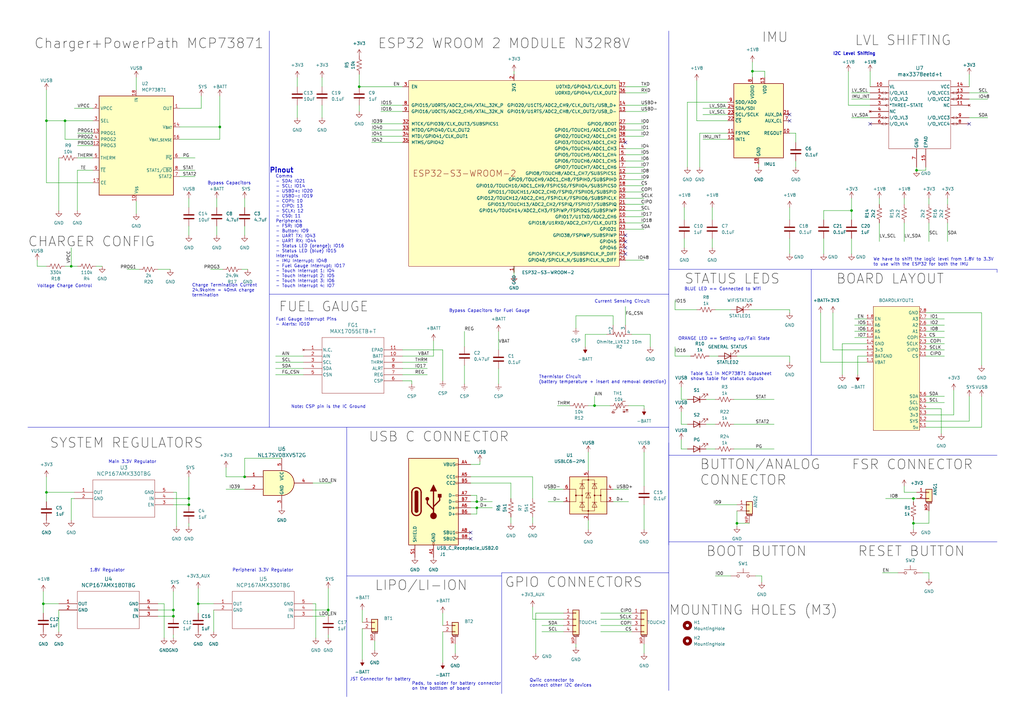
<source format=kicad_sch>
(kicad_sch (version 20230121) (generator eeschema)
  (paper "A3")
  (title_block (title "Custom T-Stick Board") (date "2023-09") (rev "0.0.2") (company "Albert Niyonsenga"))
  (junction (at 77.47 207.01))
  (junction (at 374.65 204.47))
  (junction (at 19.05 201.93))
  (junction (at 195.58 208.28))
  (junction (at 71.12 252.73))
  (junction (at 134.62 250.19))
  (junction (at 90.17 52.07))
  (junction (at 374.65 214.63))
  (junction (at 29.21 109.22))
  (junction (at 26.67 49.53))
  (junction (at 71.12 250.19))
  (junction (at 375.92 69.85))
  (junction (at 147.32 35.56))
  (junction (at 302.26 214.63))
  (junction (at 81.28 247.65))
  (junction (at 19.05 49.53))
  (junction (at 77.47 204.47))
  (junction (at 100.33 195.58))
  (junction (at 195.58 205.74))
  (junction (at 308.61 29.21))
  (junction (at 243.84 166.37))
  (junction (at 349.25 86.36))
  (junction (at 17.78 247.65))
  (no_connect (at 256.54 101.6))
  (no_connect (at 356.87 50.8))
  (no_connect (at 256.54 96.52))
  (no_connect (at 397.51 50.8))
  (no_connect (at 256.54 104.14))
  (no_connect (at 256.54 99.06))
  (no_connect (at 323.85 49.53))
  (no_connect (at 256.54 58.42))
  (no_connect (at 323.85 46.99))
  (no_connect (at 193.04 218.44))
  (no_connect (at 193.04 220.98))
  (wire (pts (xy 256.54 55.88) (xy 264.16 55.88)))
  (wire (pts (xy 195.58 203.2) (xy 195.58 205.74)))
  (wire (pts (xy 290.83 146.05) (xy 294.64 146.05)))
  (wire (pts (xy 375.92 69.85) (xy 379.73 69.85)))
  (wire (pts (xy 256.54 106.68) (xy 264.16 106.68)))
  (wire (pts (xy 128.27 250.19) (xy 134.62 250.19)))
  (wire (pts (xy 256.54 78.74) (xy 264.16 78.74)))
  (wire (pts (xy 90.17 52.07) (xy 90.17 57.15)))
  (wire (pts (xy 323.85 148.59) (xy 323.85 146.05)))
  (wire (pts (xy 156.21 45.72) (xy 165.1 45.72)))
  (wire (pts (xy 355.6 146.05) (xy 351.79 146.05)))
  (wire (pts (xy 241.3 166.37) (xy 243.84 166.37)))
  (wire (pts (xy 31.75 59.69) (xy 38.1 59.69)))
  (wire (pts (xy 311.15 67.31) (xy 311.15 68.58)))
  (wire (pts (xy 326.39 66.04) (xy 326.39 68.58)))
  (wire (pts (xy 289.56 184.15) (xy 293.37 184.15)))
  (wire (pts (xy 240.03 137.16) (xy 240.03 142.24)))
  (wire (pts (xy 210.82 29.21) (xy 210.82 30.48)))
  (polyline (pts (xy 274.32 181.61) (xy 274.32 223.52)))
  (wire (pts (xy 347.98 29.21) (xy 347.98 43.18)))
  (wire (pts (xy 73.66 52.07) (xy 90.17 52.07)))
  (wire (pts (xy 152.4 53.34) (xy 165.1 53.34)))
  (wire (pts (xy 379.73 138.43) (xy 387.35 138.43)))
  (wire (pts (xy 77.47 96.52) (xy 77.47 92.71)))
  (wire (pts (xy 381 83.82) (xy 381 81.28)))
  (wire (pts (xy 31.75 69.85) (xy 31.75 86.36)))
  (polyline (pts (xy 142.24 285.75) (xy 142.24 236.22)))
  (wire (pts (xy 100.33 187.96) (xy 100.33 195.58)))
  (wire (pts (xy 82.55 39.37) (xy 82.55 44.45)))
  (wire (pts (xy 300.99 173.99) (xy 317.5 173.99)))
  (wire (pts (xy 251.46 200.66) (xy 257.81 200.66)))
  (wire (pts (xy 204.47 135.89) (xy 204.47 143.51)))
  (wire (pts (xy 15.24 106.68) (xy 15.24 109.22)))
  (wire (pts (xy 349.25 48.26) (xy 356.87 48.26)))
  (polyline (pts (xy 205.74 234.95) (xy 205.74 284.48)))
  (wire (pts (xy 375.92 69.85) (xy 375.92 68.58)))
  (wire (pts (xy 279.4 184.15) (xy 281.94 184.15)))
  (wire (pts (xy 323.85 85.09) (xy 323.85 90.17)))
  (wire (pts (xy 280.67 97.79) (xy 280.67 101.6)))
  (wire (pts (xy 73.66 57.15) (xy 90.17 57.15)))
  (wire (pts (xy 152.4 55.88) (xy 165.1 55.88)))
  (wire (pts (xy 81.28 247.65) (xy 87.63 247.65)))
  (wire (pts (xy 264.16 166.37) (xy 264.16 167.64)))
  (wire (pts (xy 256.54 66.04) (xy 264.16 66.04)))
  (wire (pts (xy 266.7 137.16) (xy 266.7 142.24)))
  (wire (pts (xy 313.69 29.21) (xy 313.69 31.75)))
  (wire (pts (xy 165.1 151.13) (xy 175.26 151.13)))
  (wire (pts (xy 19.05 201.93) (xy 19.05 205.74)))
  (wire (pts (xy 397.51 30.48) (xy 397.51 35.56)))
  (wire (pts (xy 152.4 50.8) (xy 165.1 50.8)))
  (wire (pts (xy 165.1 148.59) (xy 175.26 148.59)))
  (wire (pts (xy 243.84 162.56) (xy 243.84 166.37)))
  (wire (pts (xy 165.1 35.56) (xy 147.32 35.56)))
  (wire (pts (xy 181.61 259.08) (xy 181.61 271.78)))
  (wire (pts (xy 402.59 128.27) (xy 379.73 128.27)))
  (wire (pts (xy 356.87 29.21) (xy 356.87 35.56)))
  (wire (pts (xy 148.59 257.81) (xy 148.59 270.51)))
  (polyline (pts (xy 142.24 236.22) (xy 205.74 236.22)))
  (wire (pts (xy 289.56 163.83) (xy 293.37 163.83)))
  (wire (pts (xy 190.5 149.86) (xy 190.5 157.48)))
  (wire (pts (xy 379.73 167.64) (xy 386.08 167.64)))
  (wire (pts (xy 276.86 123.19) (xy 276.86 127)))
  (wire (pts (xy 285.75 33.02) (xy 285.75 49.53)))
  (wire (pts (xy 196.85 189.23) (xy 196.85 190.5)))
  (wire (pts (xy 379.73 130.81) (xy 387.35 130.81)))
  (wire (pts (xy 195.58 210.82) (xy 195.58 208.28)))
  (wire (pts (xy 388.62 91.44) (xy 388.62 99.06)))
  (wire (pts (xy 370.84 81.28) (xy 370.84 83.82)))
  (wire (pts (xy 29.21 109.22) (xy 31.75 109.22)))
  (wire (pts (xy 323.85 54.61) (xy 326.39 54.61)))
  (wire (pts (xy 30.48 204.47) (xy 29.21 204.47)))
  (wire (pts (xy 379.73 69.85) (xy 379.73 68.58)))
  (wire (pts (xy 300.99 184.15) (xy 317.5 184.15)))
  (wire (pts (xy 38.1 74.93) (xy 19.05 74.93)))
  (polyline (pts (xy 142.24 236.22) (xy 142.24 175.26)))
  (wire (pts (xy 381 234.95) (xy 381 237.49)))
  (wire (pts (xy 379.73 146.05) (xy 387.35 146.05)))
  (wire (pts (xy 147.32 43.18) (xy 147.32 45.72)))
  (wire (pts (xy 361.95 234.95) (xy 368.3 234.95)))
  (wire (pts (xy 246.38 256.54) (xy 259.08 256.54)))
  (wire (pts (xy 241.3 213.36) (xy 241.3 217.17)))
  (wire (pts (xy 210.82 109.22) (xy 210.82 113.03)))
  (wire (pts (xy 341.63 143.51) (xy 355.6 143.51)))
  (wire (pts (xy 17.78 247.65) (xy 17.78 251.46)))
  (wire (pts (xy 378.46 234.95) (xy 381 234.95)))
  (wire (pts (xy 73.66 44.45) (xy 82.55 44.45)))
  (wire (pts (xy 19.05 36.83) (xy 19.05 49.53)))
  (wire (pts (xy 152.4 58.42) (xy 165.1 58.42)))
  (wire (pts (xy 370.84 199.39) (xy 370.84 201.93)))
  (wire (pts (xy 69.85 110.49) (xy 64.77 110.49)))
  (wire (pts (xy 256.54 45.72) (xy 265.43 45.72)))
  (wire (pts (xy 374.65 204.47) (xy 375.92 204.47)))
  (wire (pts (xy 355.6 140.97) (xy 345.44 140.97)))
  (wire (pts (xy 113.03 148.59) (xy 124.46 148.59)))
  (wire (pts (xy 38.1 57.15) (xy 26.67 57.15)))
  (wire (pts (xy 391.16 160.02) (xy 391.16 170.18)))
  (wire (pts (xy 313.69 29.21) (xy 308.61 29.21)))
  (wire (pts (xy 113.03 146.05) (xy 124.46 146.05)))
  (polyline (pts (xy 408.94 110.49) (xy 408.94 111.76)))
  (wire (pts (xy 279.4 168.91) (xy 279.4 173.99)))
  (wire (pts (xy 231.14 256.54) (xy 222.25 256.54)))
  (wire (pts (xy 92.71 200.66) (xy 100.33 200.66)))
  (wire (pts (xy 52.07 110.49) (xy 57.15 110.49)))
  (wire (pts (xy 256.54 60.96) (xy 264.16 60.96)))
  (wire (pts (xy 279.4 173.99) (xy 281.94 173.99)))
  (wire (pts (xy 55.88 31.75) (xy 55.88 36.83)))
  (wire (pts (xy 204.47 151.13) (xy 204.47 157.48)))
  (wire (pts (xy 259.08 137.16) (xy 266.7 137.16)))
  (wire (pts (xy 73.66 64.77) (xy 80.01 64.77)))
  (wire (pts (xy 381 209.55) (xy 381 214.63)))
  (wire (pts (xy 81.28 241.3) (xy 81.28 247.65)))
  (wire (pts (xy 349.25 38.1) (xy 356.87 38.1)))
  (wire (pts (xy 323.85 97.79) (xy 323.85 104.14)))
  (wire (pts (xy 17.78 242.57) (xy 17.78 247.65)))
  (wire (pts (xy 240.03 137.16) (xy 248.92 137.16)))
  (wire (pts (xy 100.33 81.28) (xy 100.33 85.09)))
  (wire (pts (xy 350.52 133.35) (xy 355.6 133.35)))
  (wire (pts (xy 15.24 109.22) (xy 19.05 109.22)))
  (wire (pts (xy 360.68 81.28) (xy 360.68 83.82)))
  (wire (pts (xy 64.77 250.19) (xy 71.12 250.19)))
  (wire (pts (xy 374.65 214.63) (xy 374.65 217.17)))
  (wire (pts (xy 256.54 93.98) (xy 264.16 93.98)))
  (wire (pts (xy 101.6 110.49) (xy 99.06 110.49)))
  (wire (pts (xy 193.04 190.5) (xy 196.85 190.5)))
  (wire (pts (xy 256.54 88.9) (xy 264.16 88.9)))
  (wire (pts (xy 193.04 210.82) (xy 195.58 210.82)))
  (wire (pts (xy 19.05 49.53) (xy 19.05 74.93)))
  (wire (pts (xy 345.44 140.97) (xy 345.44 153.67)))
  (wire (pts (xy 193.04 203.2) (xy 195.58 203.2)))
  (wire (pts (xy 231.14 259.08) (xy 222.25 259.08)))
  (wire (pts (xy 132.08 31.75) (xy 132.08 35.56)))
  (wire (pts (xy 309.88 236.22) (xy 312.42 236.22)))
  (wire (pts (xy 100.33 96.52) (xy 100.33 92.71)))
  (wire (pts (xy 288.29 46.99) (xy 298.45 46.99)))
  (wire (pts (xy 177.8 139.7) (xy 177.8 146.05)))
  (wire (pts (xy 165.1 153.67) (xy 175.26 153.67)))
  (wire (pts (xy 181.61 143.51) (xy 181.61 156.21)))
  (wire (pts (xy 293.37 207.01) (xy 302.26 207.01)))
  (polyline (pts (xy 274.32 12.7) (xy 274.32 110.49)))
  (wire (pts (xy 19.05 49.53) (xy 26.67 49.53)))
  (wire (pts (xy 379.73 165.1) (xy 387.35 165.1)))
  (wire (pts (xy 374.65 204.47) (xy 374.65 205.74)))
  (wire (pts (xy 370.84 201.93) (xy 375.92 201.93)))
  (wire (pts (xy 341.63 128.27) (xy 341.63 143.51)))
  (wire (pts (xy 256.54 76.2) (xy 264.16 76.2)))
  (wire (pts (xy 156.21 43.18) (xy 165.1 43.18)))
  (wire (pts (xy 251.46 129.54) (xy 251.46 133.35)))
  (wire (pts (xy 337.82 97.79) (xy 337.82 104.14)))
  (wire (pts (xy 298.45 54.61) (xy 287.02 54.61)))
  (wire (pts (xy 72.39 201.93) (xy 72.39 215.9)))
  (wire (pts (xy 195.58 208.28) (xy 201.93 208.28)))
  (wire (pts (xy 77.47 204.47) (xy 77.47 207.01)))
  (wire (pts (xy 288.29 44.45) (xy 298.45 44.45)))
  (wire (pts (xy 360.68 91.44) (xy 360.68 99.06)))
  (wire (pts (xy 193.04 195.58) (xy 218.44 195.58)))
  (wire (pts (xy 128.27 198.12) (xy 135.89 198.12)))
  (wire (pts (xy 115.57 187.96) (xy 100.33 187.96)))
  (wire (pts (xy 236.22 265.43) (xy 236.22 264.16)))
  (wire (pts (xy 308.61 25.4) (xy 308.61 29.21)))
  (wire (pts (xy 256.54 63.5) (xy 264.16 63.5)))
  (polyline (pts (xy 274.32 222.25) (xy 408.94 222.25)))
  (wire (pts (xy 236.22 129.54) (xy 251.46 129.54)))
  (wire (pts (xy 302.26 209.55) (xy 302.26 214.63)))
  (wire (pts (xy 243.84 166.37) (xy 250.19 166.37)))
  (wire (pts (xy 350.52 138.43) (xy 355.6 138.43)))
  (wire (pts (xy 246.38 251.46) (xy 259.08 251.46)))
  (wire (pts (xy 218.44 195.58) (xy 218.44 204.47)))
  (wire (pts (xy 147.32 30.48) (xy 147.32 35.56)))
  (wire (pts (xy 241.3 185.42) (xy 241.3 193.04)))
  (wire (pts (xy 337.82 86.36) (xy 337.82 90.17)))
  (wire (pts (xy 67.31 247.65) (xy 64.77 247.65)))
  (wire (pts (xy 73.66 72.39) (xy 80.01 72.39)))
  (wire (pts (xy 276.86 127) (xy 285.75 127)))
  (wire (pts (xy 77.47 195.58) (xy 77.47 204.47)))
  (wire (pts (xy 121.92 43.18) (xy 121.92 48.26)))
  (polyline (pts (xy 110.49 120.65) (xy 274.32 120.65)))
  (wire (pts (xy 356.87 43.18) (xy 347.98 43.18)))
  (wire (pts (xy 397.51 38.1) (xy 405.13 38.1)))
  (wire (pts (xy 193.04 208.28) (xy 195.58 208.28)))
  (wire (pts (xy 280.67 85.09) (xy 280.67 90.17)))
  (wire (pts (xy 168.91 157.48) (xy 168.91 156.21)))
  (wire (pts (xy 236.22 129.54) (xy 236.22 134.62)))
  (wire (pts (xy 129.54 247.65) (xy 129.54 261.62)))
  (wire (pts (xy 55.88 87.63) (xy 55.88 82.55)))
  (polyline (pts (xy 110.49 12.7) (xy 110.49 175.26)))
  (wire (pts (xy 256.54 35.56) (xy 265.43 35.56)))
  (wire (pts (xy 134.62 241.3) (xy 134.62 250.19)))
  (wire (pts (xy 92.71 195.58) (xy 100.33 195.58)))
  (wire (pts (xy 86.36 110.49) (xy 91.44 110.49)))
  (wire (pts (xy 168.91 156.21) (xy 165.1 156.21)))
  (wire (pts (xy 292.1 97.79) (xy 292.1 101.6)))
  (wire (pts (xy 300.99 163.83) (xy 317.5 163.83)))
  (wire (pts (xy 391.16 170.18) (xy 379.73 170.18)))
  (wire (pts (xy 386.08 167.64) (xy 386.08 177.8)))
  (wire (pts (xy 256.54 53.34) (xy 264.16 53.34)))
  (wire (pts (xy 256.54 38.1) (xy 265.43 38.1)))
  (wire (pts (xy 363.22 204.47) (xy 374.65 204.47)))
  (wire (pts (xy 121.92 31.75) (xy 121.92 35.56)))
  (polyline (pts (xy 274.32 110.49) (xy 408.94 110.49)))
  (wire (pts (xy 124.46 151.13) (xy 113.03 151.13)))
  (wire (pts (xy 92.71 191.77) (xy 92.71 195.58)))
  (wire (pts (xy 134.62 260.35) (xy 134.62 261.62)))
  (wire (pts (xy 336.55 128.27) (xy 336.55 148.59)))
  (wire (pts (xy 379.73 172.72) (xy 397.51 172.72)))
  (wire (pts (xy 256.54 125.73) (xy 256.54 133.35)))
  (wire (pts (xy 298.45 49.53) (xy 285.75 49.53)))
  (wire (pts (xy 71.12 242.57) (xy 71.12 250.19)))
  (wire (pts (xy 209.55 198.12) (xy 209.55 204.47)))
  (wire (pts (xy 302.26 146.05) (xy 323.85 146.05)))
  (wire (pts (xy 195.58 205.74) (xy 201.93 205.74)))
  (wire (pts (xy 67.31 247.65) (xy 67.31 261.62)))
  (wire (pts (xy 402.59 149.86) (xy 402.59 128.27)))
  (wire (pts (xy 29.21 109.22) (xy 29.21 101.6)))
  (wire (pts (xy 132.08 43.18) (xy 132.08 48.26)))
  (wire (pts (xy 113.03 153.67) (xy 124.46 153.67)))
  (wire (pts (xy 350.52 135.89) (xy 355.6 135.89)))
  (wire (pts (xy 19.05 195.58) (xy 19.05 201.93)))
  (wire (pts (xy 293.37 127) (xy 299.72 127)))
  (wire (pts (xy 31.75 69.85) (xy 38.1 69.85)))
  (polyline (pts (xy 274.32 110.49) (xy 274.32 283.21)))
  (wire (pts (xy 388.62 83.82) (xy 388.62 81.28)))
  (wire (pts (xy 256.54 71.12) (xy 264.16 71.12)))
  (wire (pts (xy 337.82 86.36) (xy 349.25 86.36)))
  (polyline (pts (xy 110.49 175.26) (xy 274.32 175.26)))
  (wire (pts (xy 71.12 207.01) (xy 77.47 207.01)))
  (wire (pts (xy 257.81 166.37) (xy 264.16 166.37)))
  (wire (pts (xy 251.46 205.74) (xy 257.81 205.74)))
  (wire (pts (xy 349.25 97.79) (xy 349.25 104.14)))
  (wire (pts (xy 64.77 252.73) (xy 71.12 252.73)))
  (wire (pts (xy 128.27 252.73) (xy 133.35 252.73)))
  (wire (pts (xy 307.34 127) (xy 323.85 127)))
  (wire (pts (xy 128.27 247.65) (xy 129.54 247.65)))
  (wire (pts (xy 279.4 180.34) (xy 279.4 184.15)))
  (wire (pts (xy 209.55 212.09) (xy 209.55 214.63)))
  (wire (pts (xy 87.63 250.19) (xy 87.63 259.08)))
  (wire (pts (xy 312.42 236.22) (xy 312.42 238.76)))
  (wire (pts (xy 77.47 214.63) (xy 77.47 215.9)))
  (polyline (pts (xy 11.43 175.26) (xy 110.49 175.26)))
  (wire (pts (xy 292.1 85.09) (xy 292.1 90.17)))
  (wire (pts (xy 30.48 44.45) (xy 38.1 44.45)))
  (wire (pts (xy 256.54 83.82) (xy 264.16 83.82)))
  (wire (pts (xy 73.66 69.85) (xy 80.01 69.85)))
  (wire (pts (xy 24.13 64.77) (xy 24.13 86.36)))
  (wire (pts (xy 349.25 40.64) (xy 356.87 40.64)))
  (wire (pts (xy 288.29 57.15) (xy 298.45 57.15)))
  (wire (pts (xy 148.59 250.19) (xy 148.59 255.27)))
  (wire (pts (xy 88.9 81.28) (xy 88.9 85.09)))
  (polyline (pts (xy 332.74 110.49) (xy 332.74 186.69)))
  (wire (pts (xy 397.51 40.64) (xy 405.13 40.64)))
  (wire (pts (xy 153.67 266.7) (xy 153.67 262.89)))
  (wire (pts (xy 24.13 250.19) (xy 24.13 259.08)))
  (wire (pts (xy 379.73 175.26) (xy 402.59 175.26)))
  (wire (pts (xy 71.12 201.93) (xy 72.39 201.93)))
  (polyline (pts (xy 274.32 186.69) (xy 408.94 186.69)))
  (wire (pts (xy 256.54 91.44) (xy 264.16 91.44)))
  (wire (pts (xy 302.26 214.63) (xy 307.34 214.63)))
  (wire (pts (xy 279.4 163.83) (xy 281.94 163.83)))
  (wire (pts (xy 379.73 135.89) (xy 387.35 135.89)))
  (wire (pts (xy 397.51 162.56) (xy 397.51 172.72)))
  (wire (pts (xy 256.54 43.18) (xy 265.43 43.18)))
  (wire (pts (xy 402.59 162.56) (xy 402.59 175.26)))
  (wire (pts (xy 264.16 207.01) (xy 264.16 217.17)))
  (wire (pts (xy 90.17 39.37) (xy 90.17 52.07)))
  (wire (pts (xy 349.25 86.36) (xy 349.25 90.17)))
  (wire (pts (xy 218.44 248.92) (xy 218.44 254)))
  (wire (pts (xy 88.9 96.52) (xy 88.9 92.71)))
  (wire (pts (xy 397.51 48.26) (xy 405.13 48.26)))
  (wire (pts (xy 31.75 54.61) (xy 38.1 54.61)))
  (wire (pts (xy 134.62 250.19) (xy 134.62 252.73)))
  (wire (pts (xy 256.54 73.66) (xy 264.16 73.66)))
  (wire (pts (xy 19.05 201.93) (xy 30.48 201.93)))
  (wire (pts (xy 276.86 142.24) (xy 276.86 146.05)))
  (wire (pts (xy 264.16 264.16) (xy 264.16 267.97)))
  (wire (pts (xy 77.47 81.28) (xy 77.47 85.09)))
  (wire (pts (xy 379.73 143.51) (xy 387.35 143.51)))
  (wire (pts (xy 26.67 49.53) (xy 26.67 57.15)))
  (wire (pts (xy 256.54 86.36) (xy 264.16 86.36)))
  (wire (pts (xy 293.37 236.22) (xy 299.72 236.22)))
  (wire (pts (xy 379.73 133.35) (xy 387.35 133.35)))
  (wire (pts (xy 379.73 140.97) (xy 387.35 140.97)))
  (wire (pts (xy 287.02 54.61) (xy 287.02 68.58)))
  (wire (pts (xy 26.67 49.53) (xy 38.1 49.53)))
  (wire (pts (xy 279.4 158.75) (xy 279.4 163.83)))
  (wire (pts (xy 246.38 259.08) (xy 259.08 259.08)))
  (wire (pts (xy 71.12 250.19) (xy 71.12 252.73)))
  (wire (pts (xy 298.45 41.91) (xy 281.94 41.91)))
  (wire (pts (xy 231.14 251.46) (xy 219.71 251.46)))
  (wire (pts (xy 302.26 214.63) (xy 302.26 215.9)))
  (wire (pts (xy 31.75 64.77) (xy 38.1 64.77)))
  (wire (pts (xy 326.39 54.61) (xy 326.39 58.42)))
  (wire (pts (xy 219.71 251.46) (xy 219.71 267.97)))
  (wire (pts (xy 228.6 166.37) (xy 233.68 166.37)))
  (wire (pts (xy 29.21 204.47) (xy 29.21 213.36)))
  (wire (pts (xy 308.61 29.21) (xy 308.61 31.75)))
  (wire (pts (xy 370.84 91.44) (xy 370.84 99.06)))
  (wire (pts (xy 256.54 81.28) (xy 264.16 81.28)))
  (polyline (pts (xy 205.74 234.95) (xy 274.32 234.95)))
  (wire (pts (xy 26.67 109.22) (xy 29.21 109.22)))
  (wire (pts (xy 218.44 212.09) (xy 218.44 214.63)))
  (wire (pts (xy 165.1 146.05) (xy 177.8 146.05)))
  (wire (pts (xy 24.13 247.65) (xy 17.78 247.65)))
  (wire (pts (xy 181.61 251.46) (xy 181.61 256.54)))
  (wire (pts (xy 349.25 81.28) (xy 349.25 86.36)))
  (wire (pts (xy 350.52 130.81) (xy 355.6 130.81)))
  (wire (pts (xy 276.86 146.05) (xy 283.21 146.05)))
  (wire (pts (xy 41.91 109.22) (xy 39.37 109.22)))
  (wire (pts (xy 256.54 68.58) (xy 264.16 68.58)))
  (wire (pts (xy 71.12 260.35) (xy 71.12 261.62)))
  (wire (pts (xy 374.65 213.36) (xy 374.65 214.63)))
  (wire (pts (xy 381 91.44) (xy 381 99.06)))
  (wire (pts (xy 264.16 185.42) (xy 264.16 199.39)))
  (wire (pts (xy 355.6 148.59) (xy 336.55 148.59)))
  (wire (pts (xy 81.28 247.65) (xy 81.28 251.46)))
  (wire (pts (xy 379.73 162.56) (xy 387.35 162.56)))
  (wire (pts (xy 193.04 205.74) (xy 195.58 205.74)))
  (wire (pts (xy 256.54 50.8) (xy 264.16 50.8)))
  (wire (pts (xy 231.14 200.66) (xy 224.79 200.66)))
  (wire (pts (xy 323.85 128.27) (xy 323.85 127)))
  (wire (pts (xy 181.61 143.51) (xy 165.1 143.51)))
  (wire (pts (xy 231.14 205.74) (xy 224.79 205.74)))
  (wire (pts (xy 190.5 135.89) (xy 190.5 142.24)))
  (wire (pts (xy 186.69 267.97) (xy 186.69 264.16)))
  (wire (pts (xy 374.65 214.63) (xy 381 214.63)))
  (wire (pts (xy 71.12 204.47) (xy 77.47 204.47)))
  (wire (pts (xy 351.79 146.05) (xy 351.79 153.67)))
  (wire (pts (xy 231.14 254) (xy 218.44 254)))
  (wire (pts (xy 281.94 41.91) (xy 281.94 68.58)))
  (wire (pts (xy 246.38 254) (xy 259.08 254)))
  (wire (pts (xy 289.56 173.99) (xy 293.37 173.99)))
  (wire (pts (xy 193.04 198.12) (xy 209.55 198.12)))
  (text "Charge Termination Current\n24.9koHm = 40mA charge \ntermination" (at 78.74 121.92 0) (effects (font (size 1.27 1.27)) (justify left bottom)))
  (text "Comms\n- SDA: IO21\n- SCL: IO14\n- USBD+: IO20\n- USBD-: IO19\n- COPI: 10\n- CIPO: 13\n- SCLK: 12\n- CS0: 11\nPeripherals\n- FSR: IO8\n- Button: IO9\n- UART TX: IO43\n- UART RX: IO44\n- Status LED (orange): IO16\n- Status LED (blue) I015\nInterrupts\n- IMU Interrupt: IO48\n- Fuel Gauge Interrupt: IO17\n- Touch Interrupt 1: IO4\n- Touch Interrupt 2: IO5\n- Touch Interrupt 3: IO6\n- Touch Interrupt 4: IO7" (at 113.03 118.11 0) (effects (font (size 1.27 1.27)) (justify left bottom)))
  (text "Peripheral 3.3V Regulator\n\n\n" (at 95.25 238.76 0) (effects (font (size 1.27 1.27)) (justify left bottom)))
  (text "Qwiic connector to \nconnect other I2C devices" (at 217.17 281.94 0) (effects (font (size 1.27 1.27)) (justify left bottom)))
  (text "FUEL GAUGE" (at 114.3 128.27 0) (effects (font (size 4 4)) (justify left bottom)))
  (text "Bypass Capacitors\n\n\n" (at 85.09 80.01 0) (effects (font (size 1.27 1.27)) (justify left bottom)))
  (text "Fuel Gauge Interrupt Pins\n- Alerts: IO10\n\n" (at 113.03 135.89 0) (effects (font (size 1.27 1.27)) (justify left bottom)))
  (text "FSR CONNECTOR" (at 349.25 193.04 0) (effects (font (size 4 4)) (justify left bottom)))
  (text "LIPO/LI-ION\n" (at 153.67 242.57 0) (effects (font (size 4 4)) (justify left bottom)))
  (text "Thermistor Circuit\n(battery temperature + insert and removal detection)" (at 220.98 157.48 0) (effects (font (size 1.27 1.27)) (justify left bottom)))
  (text "JST Connector for battery\n" (at 143.51 279.4 0) (effects (font (size 1.27 1.27)) (justify left bottom)))
  (text "Main 3.3V Regulator\n\n\n" (at 44.45 194.31 0) (effects (font (size 1.27 1.27)) (justify left bottom)))
  (text "Current Sensing Circuit" (at 243.84 124.46 0) (effects (font (size 1.27 1.27)) (justify left bottom)))
  (text "I2C Level Shifting" (at 341.63 22.86 0) (effects (font (size 1.27 1.27) bold) (justify left bottom)))
  (text "BOARD LAYOUT" (at 342.9 116.84 0) (effects (font (size 4 4)) (justify left bottom)))
  (text "GPIO CONNECTORS" (at 207.01 241.3 0) (effects (font (size 4 4)) (justify left bottom)))
  (text "Charger+PowerPath MCP73871" (at 13.97 20.32 0) (effects (font (size 4 4)) (justify left bottom)))
  (text "Table 5.1 in MCP73871 Datasheet \nshows table for status outputs" (at 283.21 156.21 0) (effects (font (size 1.27 1.27)) (justify left bottom)))
  (text "Pads, to solder for battery connector \non the botttom of board" (at 168.91 283.21 0) (effects (font (size 1.27 1.27)) (justify left bottom)))
  (text "STATUS LEDS" (at 280.67 116.84 0) (effects (font (size 4 4)) (justify left bottom)))
  (text "Bypass Capacitors for Fuel Gauge" (at 184.15 128.27 0) (effects (font (size 1.27 1.27)) (justify left bottom)))
  (text "SYSTEM REGULATORS" (at 20.32 184.15 0) (effects (font (size 4 4)) (justify left bottom)))
  (text "BLUE LED == Connected to Wifi" (at 280.67 119.38 0) (effects (font (size 1.27 1.27)) (justify left bottom)))
  (text "ESP32 WROOM 2 MODULE N32R8V" (at 154.94 20.32 0) (effects (font (size 4 4)) (justify left bottom)))
  (text "IMU" (at 312.42 17.78 0) (effects (font (size 4 4)) (justify left bottom)))
  (text "MOUNTING HOLES (M3)" (at 274.32 252.73 0) (effects (font (size 4 4)) (justify left bottom)))
  (text "Voltage Charge Control" (at 15.24 118.11 0) (effects (font (size 1.27 1.27)) (justify left bottom)))
  (text "LVL SHIFTING" (at 350.52 19.05 0) (effects (font (size 4 4)) (justify left bottom)))
  (text "1.8V Regulator\n\n\n" (at 36.83 238.76 0) (effects (font (size 1.27 1.27)) (justify left bottom)))
  (text "BOOT BUTTON" (at 289.56 228.6 0) (effects (font (size 4 4)) (justify left bottom)))
  (text "Note: CSP pin is the IC Ground" (at 119.38 167.64 0) (effects (font (size 1.27 1.27)) (justify left bottom)))
  (text "Pinout" (at 110.49 71.12 0) (effects (font (size 2 2) (thickness 0.4) bold) (justify left bottom)))
  (text "CHARGER CONFIG" (at 11.43 101.6 0) (effects (font (size 4 4)) (justify left bottom)))
  (text "BUTTON/ANALOG \nCONNECTOR" (at 287.02 199.39 0) (effects (font (size 4 4)) (justify left bottom)))
  (text "We have to shift the logic level from 1.8V to 3.3V \nto use with the ESP32 for both the IMU" (at 358.14 109.22 0) (effects (font (size 1.27 1.27)) (justify left bottom)))
  (text "RESET BUTTON" (at 351.79 228.6 0) (effects (font (size 4 4)) (justify left bottom)))
  (text "ORANGE LED == Setting up/Fail State" (at 278.13 139.7 0) (effects (font (size 1.27 1.27)) (justify left bottom)))
  (text "USB C CONNECTOR" (at 151.13 181.61 0) (effects (font (size 4 4)) (justify left bottom)))
  (label "CS" (at 262.89 76.2 0))
  (label "IO42" (at 152.4 58.42 0))
  (label "PG" (at 74.93 64.77 0))
  (label "THERM" (at 31.75 64.77 0))
  (label "STAT" (at 74.93 69.85 0))
  (label "CS" (at 259.08 259.08 180))
  (label "IO17" (at 262.89 88.9 0))
  (label "IO17" (at 170.18 151.13 0))
  (label "IO39" (at 152.4 50.8 0))
  (label "SCL" (at 384.81 165.1 180))
  (label "EN" (at 161.29 35.56 0))
  (label "LV_SCL" (at 290.83 46.99 0))
  (label "IO0" (at 293.37 236.22 0))
  (label "COPI" (at 262.89 78.74 0))
  (label "THRM" (at 170.18 148.59 0))
  (label "SDA" (at 228.6 256.54 180))
  (label "IMU_INT" (at 349.25 40.64 0))
  (label "LV_SDA" (at 290.83 44.45 0))
  (label "SDA" (at 401.32 48.26 0))
  (label "COPI" (at 386.08 140.97 180))
  (label "CIPO" (at 386.08 146.05 180))
  (label "USBD+" (at 262.89 43.18 0))
  (label "IO5" (at 262.89 63.5 0))
  (label "IO40" (at 152.4 53.34 0))
  (label "IO48" (at 401.32 40.64 0))
  (label "IO6" (at 351.79 135.89 0))
  (label "IO15" (at 276.86 124.46 0))
  (label "USBD-" (at 229.87 200.66 180))
  (label "EN" (at 354.33 130.81 180))
  (label "D-" (at 196.85 205.74 0))
  (label "SCL" (at 115.57 148.59 0))
  (label "LDO_EN" (at 130.81 252.73 0))
  (label "IO15" (at 156.21 43.18 0))
  (label "TE" (at 33.02 69.85 0))
  (label "SCL" (at 401.32 38.1 0))
  (label "IO7" (at 351.79 138.43 0))
  (label "SCLK" (at 262.89 81.28 0))
  (label "IO4" (at 262.89 60.96 0))
  (label "IO5" (at 351.79 133.35 0))
  (label "IO7" (at 262.89 68.58 0))
  (label "PROG1" (at 55.88 110.49 180))
  (label "SCLK" (at 259.08 254 180))
  (label "TXD" (at 262.89 35.56 0))
  (label "PG" (at 309.88 184.15 0))
  (label "VPCC" (at 31.75 44.45 0))
  (label "EN" (at 361.95 234.95 0))
  (label "IO9" (at 262.89 73.66 0))
  (label "CIPO" (at 259.08 251.46 180))
  (label "LV_SDA" (at 370.84 97.79 0))
  (label "SDA" (at 384.81 162.56 180))
  (label "IO6" (at 262.89 66.04 0))
  (label "REG" (at 170.18 153.67 0))
  (label "LV_SCL" (at 360.68 97.79 0))
  (label "D+" (at 252.73 205.74 0))
  (label "IO2" (at 384.81 133.35 180))
  (label "USBD-" (at 262.89 45.72 0))
  (label "D-" (at 229.87 205.74 180))
  (label "VPCC" (at 29.21 107.95 90))
  (label "PROG1" (at 31.75 54.61 0))
  (label "FG_CSN" (at 115.57 153.67 0))
  (label "IMU_INT" (at 288.29 57.15 0))
  (label "IO1" (at 384.81 130.81 180))
  (label "PROG3" (at 31.75 59.69 0))
  (label "IO41" (at 152.4 55.88 0))
  (label "CIPO" (at 262.89 83.82 0))
  (label "LDO_EN" (at 130.81 198.12 0))
  (label "SDA" (at 388.62 96.52 0))
  (label "IO16" (at 156.21 45.72 0))
  (label "AIN" (at 115.57 146.05 0))
  (label "LV_SDA" (at 349.25 48.26 0))
  (label "LV_SCL" (at 349.25 38.1 0))
  (label "COPI" (at 259.08 256.54 180))
  (label "IO39" (at 93.98 200.66 0))
  (label "SDA" (at 262.89 93.98 0))
  (label "STAT" (at 309.88 163.83 0))
  (label "PROG3" (at 90.17 110.49 180))
  (label "IO9" (at 295.91 207.01 180))
  (label "USBD+" (at 252.73 200.66 0))
  (label "IO0" (at 262.89 50.8 0))
  (label "SDA" (at 115.57 151.13 0))
  (label "STAT2" (at 74.93 72.39 0))
  (label "SCL" (at 262.89 86.36 0))
  (label "IO18" (at 262.89 91.44 0))
  (label "STAT2" (at 309.88 173.99 0))
  (label "SCL" (at 381 96.52 0))
  (label "IO1" (at 262.89 53.34 0))
  (label "AIN" (at 243.84 162.56 0))
  (label "VBAT" (at 171.45 146.05 0))
  (label "D+" (at 196.85 208.28 0))
  (label "IO8" (at 384.81 135.89 180))
  (label "SCLK" (at 386.08 143.51 180))
  (label "PROG2" (at 31.75 57.15 0))
  (label "REG" (at 190.5 135.89 0))
  (label "THRM" (at 228.6 166.37 0))
  (label "VBAT" (at 204.47 140.97 0))
  (label "IO8" (at 262.89 71.12 0))
  (label "CS" (at 381 138.43 0))
  (label "IO2" (at 262.89 55.88 0))
  (label "SCL" (at 228.6 259.08 180))
  (label "RXD" (at 262.89 38.1 0))
  (label "IO48" (at 261.62 106.68 0))
  (label "IO8" (at 368.3 204.47 180))
  (label "IO16" (at 276.86 144.78 0))
  (label "FG_CSN" (at 256.54 129.54 0))
  (symbol (lib_id "Device:R_US") (at 289.56 127 90) (unit 1)
    (property "Reference" "R8" (at 289.56 121.92 90))
    (property "Value" "1k" (at 289.56 124.46 90))
    (property "Footprint" "Resistor_SMD:R_0402_1005Metric" (effects hide))
    (property "Datasheet" "https://industrial.panasonic.com/cdbs/www-data/pdf/RDA0000/AOA0000C304.pdf" (effects hide))
    (property "Description Value Pkg" "1 kOhms ±1% 0.1W, 1/10W Chip Resistor 0402 (1005 Metric) Automotive AEC-Q200 Thick Film" (effects hide))
    (property "Mfg Part #" "ERJ-2RKF1001X" (effects hide))
    (property "Manufacturer" "Panasonic Electronic Components" (effects hide))
    (property "mpn" "ERJ-2RKF1001X" (effects hide))
  )
  (symbol (lib_name "GND_2") (lib_id "power:GND") (at 71.12 261.62 0) (unit 1)
    (property "Reference" "#PWR065" (effects hide))
    (property "Value" "GND" (at 71.12 266.7 0))
  )
  (symbol (lib_id "Device:C") (at 17.78 255.27 0) (unit 1)
    (property "Reference" "C12" (at 20.32 254 0) (effects (justify left)))
    (property "Value" "1uF" (at 20.32 256.54 0) (effects (justify left)))
    (property "Footprint" "Capacitor_SMD:C_0402_1005Metric" (effects hide))
    (property "Datasheet" "https://mm.digikey.com/Volume0/opasdata/d220001/medias/docus/41/CL03A105KQ3CSNC_Spec.pdf" (effects hide))
    (property "Description Value Pkg" "1 µF ±10% 16V Ceramic Capacitor X5R 0402 (1005 Metric)" (effects hide))
    (property "Mfg Part #" "CL05A105KO5NNNC" (effects hide))
    (property "Manufacturer" "Samsung Electro-Mechanics" (effects hide))
    (property "mpn" "CL05A105KO5NNNC" (effects hide))
  )
  (symbol (lib_id "max17055-symbol:CSP") (at 168.91 158.75 0) (unit 1)
    (property "Reference" "#ICGND04" (effects hide))
    (property "Value" "CSP" (at 168.91 162.56 0))
  )
  (symbol (lib_id "Device:R_US") (at 22.86 109.22 270) (unit 1)
    (property "Reference" "R18" (at 22.86 114.3 90))
    (property "Value" "330k" (at 22.86 111.76 90))
    (property "Footprint" "Resistor_SMD:R_0402_1005Metric" (effects hide))
    (property "Datasheet" "https://industrial.panasonic.com/cdbs/www-data/pdf/RDA0000/AOA0000C304.pdf" (effects hide))
    (property "Description Value Pkg" "330 kOhms ±1% 0.1W, 1/10W Chip Resistor 0402 (1005 Metric) Automotive AEC-Q200 Thick Film" (effects hide))
    (property "Mfg Part #" "ERJ-2RKF3303X" (effects hide))
    (property "Manufacturer" "Panasonic Electronic Components" (effects hide))
    (property "mpn" "ERJ-2RKF3303X" (effects hide))
  )
  (symbol (lib_id "max17055-symbol:MAX17055ETB+T") (at 124.46 143.51 0) (unit 1)
    (property "Reference" "FG1" (at 144.78 133.35 0) (effects (font (size 1.524 1.524))))
    (property "Value" "MAX17055ETB+T" (at 144.78 135.89 0) (effects (font (size 1.524 1.524))))
    (property "Footprint" "max17055-footprints:21-100013A_T102A2&plus_1C_MXM" (effects hide))
    (property "Datasheet" "https://www.analog.com/media/en/technical-documentation/data-sheets/max17055.pdf" (effects hide))
    (property "Description Value Pkg" "Battery Battery Monitor IC Multi-Chemistry 10-TDFN (2.5x2)" (effects hide))
    (property "Mfg Part #" "MAX17055ETB+T" (effects hide))
    (property "Manufacturer" "Analog Devices Inc./Maxim Integrated" (effects hide))
    (property "mpn" "MAX17055ETB+T" (effects hide))
  )
  (symbol (lib_id "VUSB:VUSB") (at 264.16 185.42 0) (unit 1) (in_bom no) (on_board no)
    (property "Reference" "#VUSB08" (effects hide))
    (property "Value" "VUSB" (at 261.62 181.61 0) (effects (justify left)))
  )
  (symbol (lib_id "power:GND") (at 266.7 142.24 0) (unit 1)
    (property "Reference" "#PWR015" (effects hide))
    (property "Value" "GND" (at 266.7 147.32 0))
  )
  (symbol (lib_name "+3V3_2") (lib_id "power:+3V3") (at 341.63 128.27 0) (unit 1)
    (property "Reference" "#PWR034" (effects hide))
    (property "Value" "+3V3" (at 341.63 123.19 0))
  )
  (symbol (lib_id "power-symbols:VSYS") (at 77.47 195.58 0) (unit 1) (in_bom no) (on_board no)
    (property "Reference" "SYS5" (effects hide))
    (property "Value" "SYS" (at 76.2 191.77 0) (effects (justify left)))
  )
  (symbol (lib_name "GND_2") (lib_id "power:GND") (at 81.28 259.08 0) (unit 1)
    (property "Reference" "#PWR077" (effects hide))
    (property "Value" "GND" (at 81.28 264.16 0))
  )
  (symbol (lib_id "Device:C") (at 326.39 62.23 0) (unit 1)
    (property "Reference" "C6" (at 330.2 60.96 0) (effects (justify left)))
    (property "Value" "0.1uF" (at 330.2 63.5 0) (effects (justify left)))
    (property "Footprint" "Capacitor_SMD:C_0402_1005Metric" (effects hide))
    (property "Datasheet" "https://mm.digikey.com/Volume0/opasdata/d220001/medias/docus/41/CL03A104KP3NNNC_Spec.pdf" (effects hide))
    (property "Description Value Pkg" "0.1 µF ±10% 16V Ceramic Capacitor X7R 0402 (1005 Metric)" (effects hide))
    (property "Mfg Part #" "CL05B104KO5NNNC" (effects hide))
    (property "Manufacturer" "Samsung Electro-Mechanics" (effects hide))
    (property "mpn" "CL05B104KO5NNNC" (effects hide))
  )
  (symbol (lib_name "GND_2") (lib_id "power:GND") (at 29.21 213.36 0) (unit 1)
    (property "Reference" "#PWR030" (effects hide))
    (property "Value" "GND" (at 29.21 218.44 0))
  )
  (symbol (lib_id "MAX3378E:max3378eetd+t") (at 374.65 45.72 0) (unit 1)
    (property "Reference" "U7" (at 377.19 27.94 0) (effects (font (size 1.524 1.524))))
    (property "Value" "max3378eetd+t" (at 377.19 30.48 0) (effects (font (size 1.524 1.524))))
    (property "Footprint" "21-0137I_T1433-2_MXM" (effects hide))
    (property "Datasheet" "max3378eetd+t" (effects hide))
  )
  (symbol (lib_name "GND_2") (lib_id "power:GND") (at 115.57 208.28 0) (unit 1)
    (property "Reference" "#PWR086" (effects hide))
    (property "Value" "GND" (at 115.57 213.36 0))
  )
  (symbol (lib_id "power:+3V3") (at 370.84 199.39 0) (unit 1)
    (property "Reference" "#PWR01" (effects hide))
    (property "Value" "+3V3" (at 373.38 198.12 0) (effects (justify left)))
  )
  (symbol (lib_name "+3V3_2") (lib_id "power:+3V3") (at 132.08 31.75 0) (unit 1)
    (property "Reference" "#PWR083" (effects hide))
    (property "Value" "+3V3" (at 132.08 26.67 0))
  )
  (symbol (lib_id "Device:R_US") (at 297.18 173.99 90) (unit 1)
    (property "Reference" "R22" (at 297.18 168.91 90))
    (property "Value" "1k" (at 297.18 171.45 90))
    (property "Footprint" "Resistor_SMD:R_0402_1005Metric" (effects hide))
    (property "Datasheet" "https://industrial.panasonic.com/cdbs/www-data/pdf/RDA0000/AOA0000C304.pdf" (effects hide))
    (property "Description Value Pkg" "1 kOhms ±1% 0.1W, 1/10W Chip Resistor 0402 (1005 Metric) Automotive AEC-Q200 Thick Film" (effects hide))
    (property "Mfg Part #" "ERJ-2RKF1001X" (effects hide))
    (property "Manufacturer" "Panasonic Electronic Components" (effects hide))
    (property "mpn" "ERJ-2RKF1001X" (effects hide))
  )
  (symbol (lib_id "Connector_Generic_MountingPin:Conn_01x02_MountingPin") (at 186.69 256.54 0) (unit 1) (in_bom no)
    (property "Reference" "BT2" (at 190.5 254.8889 0) (effects (justify left)))
    (property "Value" "JST-PH-1x02-2.000mm" (effects hide))
    (property "Footprint" "Connector_JST:JST_PH_S2B-PH-SM4-TB_1x02-1MP_P2.00mm_Horizontal" (effects hide))
    (property "Datasheet" "https://www.jst-mfg.com/product/pdf/eng/ePH.pdf" (effects hide))
    (property "Description Value Pkg" "Connector Header Surface Mount, Right Angle 2 position 0.079\" (2.00mm)" (effects hide))
    (property "Mfg Part #" "S2B-PH-SM4-TB" (effects hide))
    (property "Manufacturer" "JST Sales America Inc." (effects hide))
    (property "mpn" "B2B-PH-SM4-TBT" (effects hide))
  )
  (symbol (lib_id "power:+1V8") (at 292.1 85.09 0) (unit 1)
    (property "Reference" "#PWR027" (effects hide))
    (property "Value" "+1V8" (at 292.1 80.01 0))
  )
  (symbol (lib_id "Device:C") (at 147.32 39.37 0) (unit 1)
    (property "Reference" "C9" (at 151.13 38.1 0) (effects (justify left)))
    (property "Value" "1uF" (at 151.13 40.64 0) (effects (justify left)))
    (property "Footprint" "Capacitor_SMD:C_0402_1005Metric" (effects hide))
    (property "Datasheet" "https://mm.digikey.com/Volume0/opasdata/d220001/medias/docus/41/CL03A105KQ3CSNC_Spec.pdf" (effects hide))
    (property "Description Value Pkg" "1 µF ±10% 16V Ceramic Capacitor X5R 0402 (1005 Metric)" (effects hide))
    (property "Mfg Part #" "CL05A105KO5NNNC" (effects hide))
    (property "Manufacturer" "Samsung Electro-Mechanics" (effects hide))
    (property "mpn" "CL05A105KO5NNNC" (effects hide))
  )
  (symbol (lib_name "+3V3_2") (lib_id "power:+3V3") (at 121.92 31.75 0) (unit 1)
    (property "Reference" "#PWR081" (effects hide))
    (property "Value" "+3V3" (at 121.92 26.67 0))
  )
  (symbol (lib_id "Connector_Generic_MountingPin:Conn_01x04_MountingPin") (at 236.22 254 0) (unit 1)
    (property "Reference" "TOUCH1" (at 245.11 255.27 0) (effects (justify right)))
    (property "Value" "JST-SH-1x04 1.0mm" (effects hide))
    (property "Footprint" "Connector_JST:JST_SH_BM04B-SRSS-TB_1x04-1MP_P1.00mm_Vertical" (effects hide))
    (property "Datasheet" "https://www.jst-mfg.com/product/pdf/eng/eSH.pdf" (effects hide))
    (property "Description Value Pkg" "Connector Header Surface Mount 4 position 0.039\" (1.00mm)" (effects hide))
    (property "Mfg Part #" "BM04B-SRSS-TB" (effects hide))
    (property "Manufacturer" "JST Sales America Inc." (effects hide))
    (property "mpn" "BM04B-SRSS-TB" (effects hide))
  )
  (symbol (lib_name "+3V3_2") (lib_id "power:+3V3") (at 388.62 81.28 0) (unit 1)
    (property "Reference" "#PWR056" (effects hide))
    (property "Value" "+3V3" (at 388.62 77.47 0))
  )
  (symbol (lib_name "GND_2") (lib_id "power:GND") (at 323.85 148.59 0) (unit 1)
    (property "Reference" "#PWR063" (effects hide))
    (property "Value" "GND" (at 323.85 153.67 0))
  )
  (symbol (lib_id "power:-BATT") (at 264.16 167.64 180) (unit 1)
    (property "Reference" "#PWR032" (effects hide))
    (property "Value" "-BATT" (at 264.16 172.72 0))
  )
  (symbol (lib_id "VUSB:VUSB") (at 77.47 81.28 0) (unit 1) (in_bom no) (on_board no)
    (property "Reference" "#VUSB07" (effects hide))
    (property "Value" "VUSB" (at 74.93 77.47 0) (effects (justify left)))
  )
  (symbol (lib_id "Mechanical:MountingHole") (at 281.94 262.89 0) (unit 1) (in_bom no)
    (property "Reference" "H2" (at 284.48 261.62 0) (effects (justify left)))
    (property "Value" "MountingHole" (at 284.48 264.16 0) (effects (justify left)))
    (property "Footprint" "MountingHole:MountingHole_3.2mm_M3_DIN965" (effects hide))
  )
  (symbol (lib_id "Device:C") (at 292.1 93.98 0) (unit 1)
    (property "Reference" "C7" (at 295.91 92.71 0) (effects (justify left)))
    (property "Value" "0.1uF" (at 295.91 95.25 0) (effects (justify left)))
    (property "Footprint" "Capacitor_SMD:C_0402_1005Metric" (effects hide))
    (property "Datasheet" "https://mm.digikey.com/Volume0/opasdata/d220001/medias/docus/41/CL03A104KP3NNNC_Spec.pdf" (effects hide))
    (property "Description Value Pkg" "0.1 µF ±10% 16V Ceramic Capacitor X7R 0402 (1005 Metric)" (effects hide))
    (property "Mfg Part #" "CL05B104KO5NNNC" (effects hide))
    (property "Manufacturer" "Samsung Electro-Mechanics" (effects hide))
    (property "mpn" "CL05B104KO5NNNC" (effects hide))
  )
  (symbol (lib_id "Device:C") (at 100.33 88.9 0) (unit 1)
    (property "Reference" "C3" (at 104.14 87.63 0) (effects (justify left)))
    (property "Value" "4.7uF" (at 104.14 90.17 0) (effects (justify left)))
    (property "Footprint" "Capacitor_SMD:C_0603_1608Metric" (effects hide))
    (property "Datasheet" "https://weblib.samsungsem.com/mlcc/mlcc-ec-data-sheet.do?partNumber=CL03A475MQ5C65" (effects hide))
    (property "Description Value Pkg" "4.7 µF ±10% 16V Ceramic Capacitor X5R 0603 (1608 Metric)" (effects hide))
    (property "Mfg Part #" "CL10A475KO8NNNC" (effects hide))
    (property "Manufacturer" "Samsung Electro-Mechanics" (effects hide))
    (property "mpn" "CL10A475KO8NNNC" (effects hide))
  )
  (symbol (lib_id "Device:C") (at 77.47 88.9 0) (unit 1)
    (property "Reference" "C14" (at 81.28 87.63 0) (effects (justify left)))
    (property "Value" "10uF" (at 81.28 90.17 0) (effects (justify left)))
    (property "Footprint" "Capacitor_SMD:C_0603_1608Metric" (effects hide))
    (property "Datasheet" "https://mm.digikey.com/Volume0/opasdata/d220001/medias/docus/609/CL10A106KQ8NNNC_Spec.pdf" (effects hide))
    (property "Description Value Pkg" "10 µF ±10% 6.3V Ceramic Capacitor X5R 0603 (1608 Metric)" (effects hide))
    (property "Mfg Part #" "CL10A105KO8NNNC" (effects hide))
    (property "Manufacturer" "Samsung Electro-Mechanics" (effects hide))
    (property "mpn" "CL10A105KO8NNNC" (effects hide))
  )
  (symbol (lib_name "GND_2") (lib_id "power:GND") (at 67.31 261.62 0) (unit 1)
    (property "Reference" "#PWR055" (effects hide))
    (property "Value" "GND" (at 67.31 266.7 0))
  )
  (symbol (lib_name "GND_2") (lib_id "power:GND") (at 19.05 213.36 0) (unit 1)
    (property "Reference" "#PWR053" (effects hide))
    (property "Value" "GND" (at 19.05 218.44 0))
  )
  (symbol (lib_id "power:+1V8") (at 285.75 33.02 0) (unit 1)
    (property "Reference" "#PWR052" (effects hide))
    (property "Value" "+1V8" (at 285.75 27.94 0))
  )
  (symbol (lib_id "power:+1V8") (at 323.85 85.09 0) (unit 1)
    (property "Reference" "#PWR094" (effects hide))
    (property "Value" "+1V8" (at 323.85 80.01 0))
  )
  (symbol (lib_name "GND_2") (lib_id "power:GND") (at 72.39 215.9 0) (unit 1)
    (property "Reference" "#PWR017" (effects hide))
    (property "Value" "GND" (at 72.39 220.98 0))
  )
  (symbol (lib_id "NCP167AMX330TBG:NCP167AMX330TBG") (at 87.63 247.65 0) (unit 1)
    (property "Reference" "U5" (at 107.95 237.49 0) (effects (font (size 1.524 1.524))))
    (property "Value" "NCP167AMX330TBG" (at 107.95 240.03 0) (effects (font (size 1.524 1.524))))
    (property "Footprint" "XDFN4_1X1_711AJ_ONS" (effects hide))
    (property "Datasheet" "https://www.onsemi.com/pdf/datasheet/ncp167-d.pdf" (effects hide))
    (property "Description Value Pkg" "Linear Voltage Regulator IC Positive Fixed 1 Output 700mA 4-XDFN (1x1), 3.3V" (effects hide))
    (property "Mfg Part #" "NCP167AMX330TBG" (effects hide))
    (property "Manufacturer" "onsemi" (effects hide))
    (property "mpn" "NCP167AMX330TBG" (effects hide))
  )
  (symbol (lib_id "Device:C") (at 77.47 210.82 0) (unit 1)
    (property "Reference" "C4" (at 81.28 209.55 0) (effects (justify left)))
    (property "Value" "1uF" (at 81.28 212.09 0) (effects (justify left)))
    (property "Footprint" "Capacitor_SMD:C_0402_1005Metric" (effects hide))
    (property "Datasheet" "https://mm.digikey.com/Volume0/opasdata/d220001/medias/docus/41/CL03A105KQ3CSNC_Spec.pdf" (effects hide))
    (property "Description Value Pkg" "1 µF ±10% 16V Ceramic Capacitor X5R 0402 (1005 Metric)" (effects hide))
    (property "Mfg Part #" "CL05A105KO5NNNC" (effects hide))
    (property "Manufacturer" "Samsung Electro-Mechanics" (effects hide))
    (property "mpn" "CL05A105KO5NNNC" (effects hide))
  )
  (symbol (lib_id "power:+BATT") (at 181.61 251.46 0) (unit 1)
    (property "Reference" "#PWR062" (effects hide))
    (property "Value" "+BATT" (at 181.61 246.38 0))
  )
  (symbol (lib_id "Device:C") (at 323.85 93.98 0) (unit 1)
    (property "Reference" "C18" (at 327.66 92.71 0) (effects (justify left)))
    (property "Value" "0.1uF" (at 327.66 95.25 0) (effects (justify left)))
    (property "Footprint" "Capacitor_SMD:C_0402_1005Metric" (effects hide))
    (property "Datasheet" "https://mm.digikey.com/Volume0/opasdata/d220001/medias/docus/41/CL03A104KP3NNNC_Spec.pdf" (effects hide))
    (property "Description Value Pkg" "0.1 µF ±10% 16V Ceramic Capacitor X7R 0402 (1005 Metric)" (effects hide))
    (property "Mfg Part #" "CL05B104KO5NNNC" (effects hide))
    (property "Manufacturer" "Samsung Electro-Mechanics" (effects hide))
    (property "mpn" "CL05B104KO5NNNC" (effects hide))
  )
  (symbol (lib_name "GND_1") (lib_id "power:GND") (at 345.44 153.67 0) (unit 1)
    (property "Reference" "#PWR025" (effects hide))
    (property "Value" "GND" (at 345.44 158.75 0))
  )
  (symbol (lib_name "GND_2") (lib_id "power:GND") (at 100.33 96.52 0) (unit 1)
    (property "Reference" "#PWR06" (effects hide))
    (property "Value" "GND" (at 100.33 101.6 0))
  )
  (symbol (lib_name "GND_1") (lib_id "power:GND") (at 323.85 104.14 0) (unit 1)
    (property "Reference" "#PWR092" (effects hide))
    (property "Value" "GND" (at 327.66 105.41 0))
  )
  (symbol (lib_id "VUSB:VUSB") (at 196.85 189.23 0) (unit 1) (in_bom no) (on_board no)
    (property "Reference" "#VUSB01" (effects hide))
    (property "Value" "VUSB" (at 194.31 185.42 0) (effects (justify left)))
  )
  (symbol (lib_id "power-symbols:3V3_AUX") (at 81.28 241.3 0) (unit 1)
    (property "Reference" "#PWR76" (effects hide))
    (property "Value" "+3V3_AUX" (at 81.28 236.22 0))
  )
  (symbol (lib_id "VUSB:VUSB") (at 279.4 168.91 0) (unit 1) (in_bom no) (on_board no)
    (property "Reference" "#VUSB05" (effects hide))
    (property "Value" "VUSB" (at 276.86 165.1 0) (effects (justify left)))
  )
  (symbol (lib_id "power:+1V8") (at 17.78 242.57 0) (unit 1)
    (property "Reference" "#PWR066" (effects hide))
    (property "Value" "+1V8" (at 17.78 237.49 0))
  )
  (symbol (lib_id "NL17SV08:NL17SV08XV5T2G") (at 115.57 198.12 0) (unit 1)
    (property "Reference" "U6" (at 115.57 184.15 0) (effects (font (size 1.524 1.524))))
    (property "Value" "NL17SV08XV5T2G" (at 115.57 186.69 0) (effects (font (size 1.524 1.524))))
    (property "Footprint" "SOT553-5_ONS" (effects hide))
    (property "Datasheet" "NL17SV08XV5T2G" (effects hide))
  )
  (symbol (lib_id "VUSB:VUSB") (at 55.88 31.75 0) (unit 1) (in_bom no) (on_board no)
    (property "Reference" "#VUSB02" (effects hide))
    (property "Value" "VUSB" (at 53.34 27.94 0) (effects (justify left)))
  )
  (symbol (lib_name "GND_2") (lib_id "power:GND") (at 31.75 86.36 0) (unit 1)
    (property "Reference" "#PWR073" (effects hide))
    (property "Value" "GND" (at 31.75 91.44 0))
  )
  (symbol (lib_id "Device:R_US") (at 147.32 26.67 180) (unit 1)
    (property "Reference" "R5" (at 142.24 26.67 90))
    (property "Value" "10k" (at 144.78 26.67 90))
    (property "Footprint" "Resistor_SMD:R_0402_1005Metric" (effects hide))
    (property "Datasheet" "https://industrial.panasonic.com/cdbs/www-data/pdf/RDA0000/AOA0000C304.pdf" (effects hide))
    (property "Description Value Pkg" "10 kOhms ±1% 0.1W, 1/10W Chip Resistor 0402 (1005 Metric) Automotive AEC-Q200 Thick Film" (effects hide))
    (property "Mfg Part #" "ERJ-2RKF1002X" (effects hide))
    (property "Manufacturer" "Panasonic Electronic Components" (effects hide))
    (property "mpn" "ERJ-2RKF1002X" (effects hide))
  )
  (symbol (lib_name "+3V3_2") (lib_id "power:+3V3") (at 147.32 22.86 0) (unit 1)
    (property "Reference" "#PWR044" (effects hide))
    (property "Value" "+3V3" (at 147.32 17.78 0))
  )
  (symbol (lib_id "Device:R_US") (at 287.02 146.05 90) (unit 1)
    (property "Reference" "R10" (at 287.02 140.97 90))
    (property "Value" "1k" (at 287.02 143.51 90))
    (property "Footprint" "Resistor_SMD:R_0402_1005Metric" (effects hide))
    (property "Datasheet" "https://industrial.panasonic.com/cdbs/www-data/pdf/RDA0000/AOA0000C304.pdf" (effects hide))
    (property "Description Value Pkg" "1 kOhms ±1% 0.1W, 1/10W Chip Resistor 0402 (1005 Metric) Automotive AEC-Q200 Thick Film" (effects hide))
    (property "Mfg Part #" "ERJ-2RKF1001X" (effects hide))
    (property "Manufacturer" "Panasonic Electronic Components" (effects hide))
    (property "mpn" "ERJ-2RKF1001X" (effects hide))
  )
  (symbol (lib_name "GND_2") (lib_id "power:GND") (at 280.67 101.6 0) (unit 1)
    (property "Reference" "#PWR013" (effects hide))
    (property "Value" "GND" (at 280.67 106.68 0))
  )
  (symbol (lib_name "GND_2") (lib_id "power:GND") (at 77.47 96.52 0) (unit 1)
    (property "Reference" "#PWR070" (effects hide))
    (property "Value" "GND" (at 77.47 101.6 0))
  )
  (symbol (lib_id "Device:C") (at 337.82 93.98 0) (unit 1)
    (property "Reference" "C21" (at 341.63 92.71 0) (effects (justify left)))
    (property "Value" "0.1uF" (at 341.63 95.25 0) (effects (justify left)))
    (property "Footprint" "Capacitor_SMD:C_0402_1005Metric" (effects hide))
    (property "Datasheet" "https://mm.digikey.com/Volume0/opasdata/d220001/medias/docus/41/CL03A104KP3NNNC_Spec.pdf" (effects hide))
    (property "Description Value Pkg" "0.1 µF ±10% 16V Ceramic Capacitor X7R 0402 (1005 Metric)" (effects hide))
    (property "Mfg Part #" "CL05B104KO5NNNC" (effects hide))
    (property "Manufacturer" "Samsung Electro-Mechanics" (effects hide))
    (property "mpn" "CL05B104KO5NNNC" (effects hide))
  )
  (symbol (lib_id "power:+BATT") (at 336.55 128.27 0) (unit 1)
    (property "Reference" "#PWR024" (effects hide))
    (property "Value" "+BATT" (at 336.55 123.19 0))
  )
  (symbol (lib_id "power:-BATT") (at 240.03 142.24 180) (unit 1)
    (property "Reference" "#PWR023" (effects hide))
    (property "Value" "-BATT" (at 240.03 147.32 0))
  )
  (symbol (lib_id "Connector_Generic_MountingPin:Conn_01x02_MountingPin") (at 381 201.93 0) (unit 1)
    (property "Reference" "ANG1" (at 383.54 203.2 90) (effects (justify left)))
    (property "Value" "JST-SH-1.00mm 1x2" (effects hide))
    (property "Footprint" "Connector_JST:JST_SH_BM02B-SRSS-TB_1x02-1MP_P1.00mm_Vertical" (effects hide))
    (property "Datasheet" "https://www.jst.com/wp-content/uploads/2021/03/eSR_SZ-new.pdf" (effects hide))
    (property "Description Value Pkg" "Connector Header Surface Mount 2 position 0.039\" (1.00mm)" (effects hide))
    (property "Mfg Part #" "BM02B-SRSS-TB" (effects hide))
    (property "Manufacturer" "JST Sales America Inc." (effects hide))
    (property "mpn" "BM02B-SRSS-TB" (effects hide))
  )
  (symbol (lib_name "GND_1") (lib_id "power:GND") (at 386.08 177.8 0) (unit 1)
    (property "Reference" "#PWR049" (effects hide))
    (property "Value" "GND" (at 386.08 182.88 0))
  )
  (symbol (lib_name "GND_2") (lib_id "power:GND") (at 132.08 48.26 0) (unit 1)
    (property "Reference" "#PWR082" (effects hide))
    (property "Value" "GND" (at 132.08 53.34 0))
  )
  (symbol (lib_id "power:+BATT") (at 204.47 135.89 0) (unit 1)
    (property "Reference" "#PWR036" (effects hide))
    (property "Value" "+BATT" (at 204.47 130.81 0))
  )
  (symbol (lib_id "Device:R_US") (at 95.25 110.49 270) (unit 1)
    (property "Reference" "R17" (at 95.25 115.57 90))
    (property "Value" "24.9k" (at 95.25 113.03 90))
    (property "Footprint" "Resistor_SMD:R_0402_1005Metric" (effects hide))
    (property "Datasheet" "https://industrial.panasonic.com/cdbs/www-data/pdf/RDA0000/AOA0000C304.pdf" (effects hide))
    (property "Description Value Pkg" "24.9 kOhms ±1% 0.1W, 1/10W Chip Resistor 0402 (1005 Metric) Automotive AEC-Q200 Thick Film" (effects hide))
    (property "Mfg Part #" "ERJ-2RKF2492X" (effects hide))
    (property "Manufacturer" "Panasonic Electronic Components" (effects hide))
    (property "mpn" "ERJ-2RKF2492X" (effects hide))
  )
  (symbol (lib_id "Device:Thermistor_NTC_US") (at 254 166.37 90) (unit 1)
    (property "Reference" "TH1" (at 255.27 161.29 90) (effects (justify left)))
    (property "Value" "10k" (at 255.5875 163.83 90) (effects (justify left)))
    (property "Footprint" "Resistor_SMD:R_0402_1005Metric" (effects hide))
    (property "Datasheet" "https://industrial.panasonic.com/cdbs/www-data/pdf/AUA0000/AUA0000C8.pdf" (effects hide))
    (property "Description Value Pkg" "NTC Thermistor 10k 0402 (1005 Metric)" (effects hide))
    (property "Mfg Part #" "ERT-J0EG103FA" (effects hide))
    (property "Manufacturer" "Panasonic Electronic Components" (effects hide))
    (property "mpn" "ERT-JZEG103FA" (effects hide))
  )
  (symbol (lib_id "Device:C") (at 88.9 88.9 0) (unit 1)
    (property "Reference" "C8" (at 92.71 87.63 0) (effects (justify left)))
    (property "Value" "4.7uF" (at 92.71 90.17 0) (effects (justify left)))
    (property "Footprint" "Capacitor_SMD:C_0603_1608Metric" (effects hide))
    (property "Datasheet" "https://weblib.samsungsem.com/mlcc/mlcc-ec-data-sheet.do?partNumber=CL03A475MQ5C65" (effects hide))
    (property "Description Value Pkg" "4.7 µF ±10% 16V Ceramic Capacitor X5R 0603 (1608 Metric)" (effects hide))
    (property "Mfg Part #" "CL10A475KO8NNNC" (effects hide))
    (property "Manufacturer" "Samsung Electro-Mechanics" (effects hide))
    (property "mpn" "CL10A475KO8NNNC" (effects hide))
  )
  (symbol (lib_name "GND_2") (lib_id "power:GND") (at 101.6 110.49 0) (unit 1)
    (property "Reference" "#PWR039" (effects hide))
    (property "Value" "GND" (at 101.6 115.57 0))
  )
  (symbol (lib_id "Device:R_US") (at 370.84 87.63 180) (unit 1)
    (property "Reference" "R15" (at 365.76 87.63 90))
    (property "Value" "2k2" (at 368.3 87.63 90))
    (property "Footprint" "Resistor_SMD:R_0402_1005Metric" (effects hide))
    (property "Datasheet" "https://industrial.panasonic.com/cdbs/www-data/pdf/RDA0000/AOA0000C304.pdf" (effects hide))
    (property "Description Value Pkg" "2.2 kOhms ±1% 0.1W, 1/10W Chip Resistor 0402 (1005 Metric) Automotive AEC-Q200 Thick Film" (effects hide))
    (property "Mfg Part #" "ERJ-2RKF2201X" (effects hide))
    (property "Manufacturer" "Panasonic Electronic Components" (effects hide))
    (property "mpn" "ERJ-2RKF2201X" (effects hide))
  )
  (symbol (lib_id "power:GND") (at 302.26 215.9 0) (unit 1)
    (property "Reference" "#PWR04" (effects hide))
    (property "Value" "GND" (at 302.26 220.98 0))
  )
  (symbol (lib_id "power:+1V8") (at 360.68 81.28 0) (unit 1)
    (property "Reference" "#PWR058" (effects hide))
    (property "Value" "+1V8" (at 360.68 77.47 0))
  )
  (symbol (lib_name "GND_1") (lib_id "power:GND") (at 153.67 266.7 0) (unit 1)
    (property "Reference" "#PWR08" (effects hide))
    (property "Value" "GND" (at 153.67 271.78 0))
  )
  (symbol (lib_name "GND_2") (lib_id "power:GND") (at 24.13 86.36 0) (unit 1)
    (property "Reference" "#PWR019" (effects hide))
    (property "Value" "GND" (at 24.13 91.44 0))
  )
  (symbol (lib_name "GND_2") (lib_id "power:GND") (at 69.85 110.49 0) (unit 1)
    (property "Reference" "#PWR060" (effects hide))
    (property "Value" "GND" (at 69.85 115.57 0))
  )
  (symbol (lib_name "GND_2") (lib_id "power:GND") (at 147.32 45.72 0) (unit 1)
    (property "Reference" "#PWR051" (effects hide))
    (property "Value" "GND" (at 147.32 50.8 0))
  )
  (symbol (lib_id "VUSB:VUSB") (at 241.3 185.42 0) (unit 1) (in_bom no) (on_board no)
    (property "Reference" "#VUSB09" (effects hide))
    (property "Value" "VUSB" (at 238.76 181.61 0) (effects (justify left)))
  )
  (symbol (lib_id "Device:R_US") (at 297.18 184.15 90) (unit 1)
    (property "Reference" "R24" (at 297.18 179.07 90))
    (property "Value" "1k" (at 297.18 181.61 90))
    (property "Footprint" "Resistor_SMD:R_0402_1005Metric" (effects hide))
    (property "Datasheet" "https://industrial.panasonic.com/cdbs/www-data/pdf/RDA0000/AOA0000C304.pdf" (effects hide))
    (property "Description Value Pkg" "1 kOhms ±1% 0.1W, 1/10W Chip Resistor 0402 (1005 Metric) Automotive AEC-Q200 Thick Film" (effects hide))
    (property "Mfg Part #" "ERJ-2RKF1001X" (effects hide))
    (property "Manufacturer" "Panasonic Electronic Components" (effects hide))
    (property "mpn" "ERJ-2RKF1001X" (effects hide))
  )
  (symbol (lib_name "GND_2") (lib_id "power:GND") (at 24.13 259.08 0) (unit 1)
    (property "Reference" "#PWR068" (effects hide))
    (property "Value" "GND" (at 24.13 264.16 0))
  )
  (symbol (lib_id "Device:LED") (at 298.45 146.05 180) (unit 1)
    (property "Reference" "STATLED2" (at 298.45 148.59 0))
    (property "Value" "GENERAL STATUS" (at 298.45 142.24 0))
    (property "Footprint" "LED_SMD:LED_0402_1005Metric" (effects hide))
    (property "Datasheet" "https://www.inolux-corp.com/datasheet/SMDLED/Mono%20Color%20Top%20View/IN-S42BT%20Series_V1.0.pdf" (effects hide))
    (property "Description Value Pkg" "Amber 605nm LED Indication - Discrete 2V 0402 (1005 Metric)" (effects hide))
    (property "Mfg Part #" "IN-S42BT5A" (effects hide))
    (property "Manufacturer" "Inolux" (effects hide))
    (property "mpn" "APHHS1005SURCK" (effects hide))
  )
  (symbol (lib_name "+3V3_2") (lib_id "power:+3V3") (at 381 81.28 0) (unit 1)
    (property "Reference" "#PWR057" (effects hide))
    (property "Value" "+3V3" (at 381 77.47 0))
  )
  (symbol (lib_name "GND_2") (lib_id "power:GND") (at 88.9 96.52 0) (unit 1)
    (property "Reference" "#PWR037" (effects hide))
    (property "Value" "GND" (at 88.9 101.6 0))
  )
  (symbol (lib_id "VUSB:VUSB") (at 402.59 162.56 0) (unit 1) (in_bom no) (on_board no)
    (property "Reference" "#VUSB011" (effects hide))
    (property "Value" "VUSB" (at 400.05 158.75 0) (effects (justify left)))
  )
  (symbol (lib_id "Device:C") (at 280.67 93.98 0) (unit 1)
    (property "Reference" "C10" (at 284.48 92.71 0) (effects (justify left)))
    (property "Value" "1uF" (at 284.48 95.25 0) (effects (justify left)))
    (property "Footprint" "Capacitor_SMD:C_0402_1005Metric" (effects hide))
    (property "Datasheet" "https://mm.digikey.com/Volume0/opasdata/d220001/medias/docus/41/CL03A105KQ3CSNC_Spec.pdf" (effects hide))
    (property "Description Value Pkg" "1 µF ±10% 16V Ceramic Capacitor X5R 0402 (1005 Metric)" (effects hide))
    (property "Mfg Part #" "CL05A105KO5NNNC" (effects hide))
    (property "Manufacturer" "Samsung Electro-Mechanics" (effects hide))
    (property "mpn" "CL05A105KO5NNNC" (effects hide))
  )
  (symbol (lib_id "Device:R_US") (at 237.49 166.37 270) (unit 1)
    (property "Reference" "R12" (at 237.49 171.45 90))
    (property "Value" "10k" (at 237.49 168.91 90))
    (property "Footprint" "Resistor_SMD:R_0402_1005Metric" (effects hide))
    (property "Datasheet" "https://industrial.panasonic.com/cdbs/www-data/pdf/RDA0000/AOA0000C304.pdf" (effects hide))
    (property "Description Value Pkg" "10 kOhms ±1% 0.1W, 1/10W Chip Resistor 0402 (1005 Metric) Automotive AEC-Q200 Thick Film" (effects hide))
    (property "Mfg Part #" "ERJ-2RKF1002X" (effects hide))
    (property "Manufacturer" "Panasonic Electronic Components" (effects hide))
    (property "mpn" "ERJ-2RKF1002X" (effects hide))
  )
  (symbol (lib_name "GND_2") (lib_id "power:GND") (at 17.78 259.08 0) (unit 1)
    (property "Reference" "#PWR067" (effects hide))
    (property "Value" "GND" (at 17.78 264.16 0))
  )
  (symbol (lib_name "GND_1") (lib_id "power:GND") (at 374.65 217.17 0) (unit 1)
    (property "Reference" "#PWR02" (effects hide))
    (property "Value" "GND" (at 379.73 218.44 0))
  )
  (symbol (lib_id "Device:R_US") (at 381 87.63 180) (unit 1)
    (property "Reference" "R19" (effects hide))
    (property "Value" "2k2" (at 378.46 87.63 90))
    (property "Footprint" "Resistor_SMD:R_0402_1005Metric" (effects hide))
    (property "Datasheet" "https://industrial.panasonic.com/cdbs/www-data/pdf/RDA0000/AOA0000C304.pdf" (effects hide))
    (property "Description Value Pkg" "2.2 kOhms ±1% 0.1W, 1/10W Chip Resistor 0402 (1005 Metric) Automotive AEC-Q200 Thick Film" (effects hide))
    (property "Mfg Part #" "ERJ-2RKF2201X" (effects hide))
    (property "Manufacturer" "Panasonic Electronic Components" (effects hide))
    (property "mpn" "ERJ-2RKF2201X" (effects hide))
  )
  (symbol (lib_id "Switch:SW_Push") (at 304.8 236.22 0) (unit 1)
    (property "Reference" "SW1" (at 304.8 231.14 0))
    (property "Value" "B3U-1000P" (effects hide))
    (property "Footprint" "Button_Switch_SMD:SW_SPST_B3U-1000P" (effects hide))
    (property "Datasheet" "https://omronfs.omron.com/en_US/ecb/products/pdf/en-b3u.pdf" (effects hide))
    (property "Description Value Pkg" "Tactile Switch SPST-NO Top Actuated Surface Mount" (effects hide))
    (property "Mfg Part #" "B3U-1000P" (effects hide))
    (property "Manufacturer" "Omron Electronics Inc-EMC Div" (effects hide))
    (property "mpn" "PTS810 SJM 250 SMTR LFS" (effects hide))
  )
  (symbol (lib_name "GND_1") (lib_id "power:GND") (at 264.16 267.97 0) (unit 1)
    (property "Reference" "#PWR03" (effects hide))
    (property "Value" "GND" (at 264.16 273.05 0))
  )
  (symbol (lib_id "Device:LED") (at 285.75 184.15 180) (unit 1)
    (property "Reference" "CHARGLED3" (effects hide))
    (property "Value" "PG" (at 285.75 180.34 0))
    (property "Footprint" "LED_SMD:LED_0402_1005Metric" (effects hide))
    (property "Datasheet" "https://www.kingbrightusa.com/images/catalog/SPEC/APHHS1005CGCK.pdf" (effects hide))
    (property "Description Value Pkg" "Green 570nm LED Indication - Discrete 2.1V 0402 (1005 Metric)" (effects hide))
    (property "Mfg Part #" "APHHS1005CGCK" (effects hide))
    (property "Manufacturer" "Kingbright" (effects hide))
    (property "mpn" "APHHS1005SURCK" (effects hide))
  )
  (symbol (lib_id "power-symbols:VSYS") (at 82.55 39.37 0) (unit 1) (in_bom no) (on_board no)
    (property "Reference" "SYS1" (effects hide))
    (property "Value" "SYS" (at 81.28 35.56 0) (effects (justify left)))
  )
  (symbol (lib_name "GND_2") (lib_id "power:GND") (at 77.47 215.9 0) (unit 1)
    (property "Reference" "#PWR041" (effects hide))
    (property "Value" "GND" (at 77.47 220.98 0))
  )
  (symbol (lib_id "power-symbols:VSYS") (at 397.51 162.56 0) (unit 1) (in_bom no) (on_board no)
    (property "Reference" "SYS2" (effects hide))
    (property "Value" "SYS" (at 396.24 158.75 0) (effects (justify left)))
  )
  (symbol (lib_id "power:+1V8") (at 370.84 81.28 0) (unit 1)
    (property "Reference" "#PWR054" (effects hide))
    (property "Value" "+1V8" (at 370.84 77.47 0))
  )
  (symbol (lib_name "GND_1") (lib_id "power:GND") (at 186.69 267.97 0) (unit 1)
    (property "Reference" "#PWR075" (effects hide))
    (property "Value" "GND" (at 186.69 273.05 0))
  )
  (symbol (lib_name "GND_2") (lib_id "power:GND") (at 121.92 48.26 0) (unit 1)
    (property "Reference" "#PWR080" (effects hide))
    (property "Value" "GND" (at 121.92 53.34 0))
  )
  (symbol (lib_name "GND_2") (lib_id "power:GND") (at 177.8 228.6 0) (unit 1)
    (property "Reference" "#PWR047" (effects hide))
    (property "Value" "GND" (at 177.8 233.68 0))
  )
  (symbol (lib_id "power:GND") (at 381 237.49 0) (unit 1)
    (property "Reference" "#PWR028" (effects hide))
    (property "Value" "GND" (at 381 242.57 0))
  )
  (symbol (lib_name "GND_2") (lib_id "power:GND") (at 218.44 214.63 0) (unit 1)
    (property "Reference" "#PWR046" (effects hide))
    (property "Value" "GND" (at 218.44 219.71 0))
  )
  (symbol (lib_name "GND_2") (lib_id "power:GND") (at 210.82 113.03 0) (unit 1)
    (property "Reference" "#PWR09" (effects hide))
    (property "Value" "GND" (at 210.82 118.11 0))
  )
  (symbol (lib_name "GND_2") (lib_id "power:GND") (at 55.88 87.63 0) (unit 1)
    (property "Reference" "#PWR021" (effects hide))
    (property "Value" "GND" (at 55.88 92.71 0))
  )
  (symbol (lib_id "Device:C") (at 264.16 203.2 0) (unit 1)
    (property "Reference" "C15" (at 267.97 201.93 0) (effects (justify left)))
    (property "Value" "0.1uF" (at 267.97 204.47 0) (effects (justify left)))
    (property "Footprint" "Capacitor_SMD:C_0402_1005Metric" (effects hide))
    (property "Datasheet" "https://mm.digikey.com/Volume0/opasdata/d220001/medias/docus/41/CL03A104KP3NNNC_Spec.pdf" (effects hide))
    (property "Description Value Pkg" "0.1 µF ±10% 16V Ceramic Capacitor X7R 0402 (1005 Metric)" (effects hide))
    (property "Mfg Part #" "CL05B104KO5NNNC" (effects hide))
    (property "Manufacturer" "Samsung Electro-Mechanics" (effects hide))
    (property "mpn" "CL05B104KO5NNNC" (effects hide))
  )
  (symbol (lib_name "GND_2") (lib_id "power:GND") (at 209.55 214.63 0) (unit 1)
    (property "Reference" "#PWR045" (effects hide))
    (property "Value" "GND" (at 209.55 219.71 0))
  )
  (symbol (lib_name "GND_2") (lib_id "power:GND") (at 323.85 128.27 0) (unit 1)
    (property "Reference" "#PWR061" (effects hide))
    (property "Value" "GND" (at 323.85 133.35 0))
  )
  (symbol (lib_id "power:+BATT") (at 90.17 39.37 0) (unit 1)
    (property "Reference" "#PWR05" (effects hide))
    (property "Value" "+BATT" (at 90.17 35.56 0))
  )
  (symbol (lib_id "power:+1V8") (at 308.61 25.4 0) (unit 1)
    (property "Reference" "#PWR018" (effects hide))
    (property "Value" "+1V8" (at 308.61 20.32 0))
  )
  (symbol (lib_id "Device:R_US") (at 218.44 208.28 180) (unit 1)
    (property "Reference" "R7" (at 213.36 208.28 90))
    (property "Value" "5k1" (at 215.9 208.28 90))
    (property "Footprint" "Resistor_SMD:R_0402_1005Metric" (effects hide))
    (property "Datasheet" "https://industrial.panasonic.com/cdbs/www-data/pdf/RDA0000/AOA0000C304.pdf" (effects hide))
    (property "Description Value Pkg" "5.1 kOhms ±1% 0.1W, 1/10W Chip Resistor 0402 (1005 Metric) Automotive AEC-Q200 Thick Film" (effects hide))
    (property "Mfg Part #" "ERJ-2RKF5101X" (effects hide))
    (property "Manufacturer" "Panasonic Electronic Components" (effects hide))
    (property "mpn" "ERJ-2RKF5101X" (effects hide))
  )
  (symbol (lib_name "+3V3_2") (lib_id "power:+3V3") (at 92.71 191.77 0) (unit 1)
    (property "Reference" "#PWR085" (effects hide))
    (property "Value" "+3V3" (at 92.71 186.69 0))
  )
  (symbol (lib_name "GND_2") (lib_id "power:GND") (at 264.16 217.17 0) (unit 1)
    (property "Reference" "#PWR074" (effects hide))
    (property "Value" "GND" (at 264.16 222.25 0))
  )
  (symbol (lib_name "GND_2") (lib_id "power:GND") (at 87.63 259.08 0) (unit 1)
    (property "Reference" "#PWR078" (effects hide))
    (property "Value" "GND" (at 87.63 264.16 0))
  )
  (symbol (lib_name "GND_2") (lib_id "power:GND") (at 326.39 68.58 0) (unit 1)
    (property "Reference" "#PWR012" (effects hide))
    (property "Value" "GND" (at 326.39 73.66 0))
  )
  (symbol (lib_id "Device:C") (at 121.92 39.37 0) (unit 1)
    (property "Reference" "C13" (at 124.46 38.1 0) (effects (justify left)))
    (property "Value" "10uF" (at 124.46 40.64 0) (effects (justify left)))
    (property "Footprint" "Capacitor_SMD:C_0603_1608Metric" (effects hide))
    (property "Datasheet" "https://mm.digikey.com/Volume0/opasdata/d220001/medias/docus/609/CL10A106KQ8NNNC_Spec.pdf" (effects hide))
    (property "Description Value Pkg" "10 µF ±10% 6.3V Ceramic Capacitor X5R 0603 (1608 Metric)" (effects hide))
    (property "Mfg Part #" "CL10A105KO8NNNC" (effects hide))
    (property "Manufacturer" "Samsung Electro-Mechanics" (effects hide))
    (property "mpn" "CL10A105KO8NNNC" (effects hide))
  )
  (symbol (lib_name "GND_2") (lib_id "power:GND") (at 292.1 101.6 0) (unit 1)
    (property "Reference" "#PWR022" (effects hide))
    (property "Value" "GND" (at 292.1 106.68 0))
  )
  (symbol (lib_name "GND_1") (lib_id "power:GND") (at 337.82 104.14 0) (unit 1)
    (property "Reference" "#PWR093" (effects hide))
    (property "Value" "GND" (at 341.63 105.41 0))
  )
  (symbol (lib_id "pin-layout:board-layout") (at 367.03 143.51 0) (unit 1) (in_bom no)
    (property "Reference" "BOARDLAYOUT1" (at 367.665 123.19 0))
    (property "Value" "LAYOUT" (effects hide))
    (property "Footprint" "pin-layout:board-layout" (effects hide))
  )
  (symbol (lib_id "Battery_Management:MCP73871") (at 55.88 59.69 0) (unit 1)
    (property "Reference" "U2" (at 58.0741 34.29 0) (effects (justify left)))
    (property "Value" "MCP73871" (at 58.0741 36.83 0) (effects (justify left)))
    (property "Footprint" "Package_DFN_QFN:QFN-20-1EP_4x4mm_P0.5mm_EP2.5x2.5mm" (effects hide))
    (property "Datasheet" "http://www.mouser.com/ds/2/268/22090a-52174.pdf" (effects hide))
    (property "Description Value Pkg" "QFN-20 Battery Management ICs ROHS" (effects hide))
    (property "Mfg Part #" "MCP73871-2CCI/ML" (effects hide))
    (property "Manufacturer" "Microchip Technology" (effects hide))
    (property "mpn" "MCP73871-2CCI/ML" (effects hide))
  )
  (symbol (lib_id "Device:LED") (at 285.75 163.83 180) (unit 1)
    (property "Reference" "CHARGLED1" (effects hide))
    (property "Value" "S1" (at 285.75 160.02 0))
    (property "Footprint" "LED_SMD:LED_0402_1005Metric" (effects hide))
    (property "Datasheet" "https://www.kingbrightusa.com/images/catalog/SPEC/APHHS1005SURCK.pdf" (effects hide))
    (property "Description Value Pkg" "Red 630nm LED Indication - Discrete 1.95V 0402 (1005 Metric)" (effects hide))
    (property "Mfg Part #" "APHHS1005SURCK" (effects hide))
    (property "Manufacturer" "Kingbright" (effects hide))
    (property "mpn" "APHHS1005SURCK" (effects hide))
  )
  (symbol (lib_name "GND_2") (lib_id "power:GND") (at 170.18 228.6 0) (unit 1)
    (property "Reference" "#PWR048" (effects hide))
    (property "Value" "GND" (at 170.18 233.68 0))
  )
  (symbol (lib_id "Device:R_US") (at 209.55 208.28 180) (unit 1)
    (property "Reference" "R6" (at 204.47 208.28 90))
    (property "Value" "5k1" (at 207.01 208.28 90))
    (property "Footprint" "Resistor_SMD:R_0402_1005Metric" (effects hide))
    (property "Datasheet" "https://industrial.panasonic.com/cdbs/www-data/pdf/RDA0000/AOA0000C304.pdf" (effects hide))
    (property "Description Value Pkg" "5.1 kOhms ±1% 0.1W, 1/10W Chip Resistor 0402 (1005 Metric) Automotive AEC-Q200 Thick Film" (effects hide))
    (property "Mfg Part #" "ERJ-2RKF5101X" (effects hide))
    (property "Manufacturer" "Panasonic Electronic Components" (effects hide))
    (property "mpn" "ERJ-2RKF5101X" (effects hide))
  )
  (symbol (lib_name "+3V3_2") (lib_id "power:+3V3") (at 397.51 30.48 0) (unit 1)
    (property "Reference" "#PWR088" (effects hide))
    (property "Value" "+3V3" (at 397.51 26.67 0))
  )
  (symbol (lib_name "GND_2") (lib_id "power:GND") (at 402.59 149.86 0) (unit 1)
    (property "Reference" "#PWR038" (effects hide))
    (property "Value" "GND" (at 402.59 154.94 0))
  )
  (symbol (lib_id "power:-BATT") (at 181.61 271.78 180) (unit 1)
    (property "Reference" "#PWR064" (effects hide))
    (property "Value" "-BATT" (at 181.61 276.86 0))
  )
  (symbol (lib_name "+3V3_2") (lib_id "power:+3V3") (at 19.05 195.58 0) (unit 1)
    (property "Reference" "#PWR031" (effects hide))
    (property "Value" "+3V3" (at 19.05 190.5 0))
  )
  (symbol (lib_id "power:-BATT") (at 148.59 270.51 180) (unit 1)
    (property "Reference" "#PWR0102" (effects hide))
    (property "Value" "-BATT" (at 148.59 275.59 0))
  )
  (symbol (lib_id "Switch:SW_Push") (at 373.38 234.95 0) (unit 1)
    (property "Reference" "SW2" (at 373.38 229.87 0))
    (property "Value" "B3U-1000P" (effects hide))
    (property "Footprint" "Button_Switch_SMD:SW_SPST_B3U-1000P" (effects hide))
    (property "Datasheet" "https://omronfs.omron.com/en_US/ecb/products/pdf/en-b3u.pdf" (effects hide))
    (property "Description Value Pkg" "Tactile Switch SPST-NO Top Actuated Surface Mount" (effects hide))
    (property "Mfg Part #" "B3U-1000P" (effects hide))
    (property "Manufacturer" "Omron Electronics Inc-EMC Div" (effects hide))
    (property "mpn" "PTS810 SJM 250 SMTR LFS" (effects hide))
  )
  (symbol (lib_name "GND_2") (lib_id "power:GND") (at 281.94 68.58 0) (unit 1)
    (property "Reference" "#PWR050" (effects hide))
    (property "Value" "GND" (at 281.94 73.66 0))
  )
  (symbol (lib_id "Device:C") (at 349.25 93.98 0) (unit 1)
    (property "Reference" "C20" (at 353.06 92.71 0) (effects (justify left)))
    (property "Value" "1uF" (at 353.06 95.25 0) (effects (justify left)))
    (property "Footprint" "Capacitor_SMD:C_0402_1005Metric" (effects hide))
    (property "Datasheet" "https://mm.digikey.com/Volume0/opasdata/d220001/medias/docus/41/CL03A105KQ3CSNC_Spec.pdf" (effects hide))
    (property "Description Value Pkg" "1 µF ±10% 16V Ceramic Capacitor X5R 0402 (1005 Metric)" (effects hide))
    (property "Mfg Part #" "CL05A105KO5NNNC" (effects hide))
    (property "Manufacturer" "Samsung Electro-Mechanics" (effects hide))
    (property "mpn" "CL05A105KO5NNNC" (effects hide))
  )
  (symbol (lib_name "GND_1") (lib_id "power:GND") (at 375.92 69.85 0) (unit 1)
    (property "Reference" "#PWR089" (effects hide))
    (property "Value" "GND" (at 379.73 71.12 0))
  )
  (symbol (lib_name "GND_1") (lib_id "power:GND") (at 219.71 267.97 0) (unit 1)
    (property "Reference" "#PWR010" (effects hide))
    (property "Value" "GND" (at 222.25 269.24 0) (effects (justify left)))
  )
  (symbol (lib_id "Device:C") (at 132.08 39.37 0) (unit 1)
    (property "Reference" "C19" (at 135.89 38.1 0) (effects (justify left)))
    (property "Value" "0.1uF" (at 135.89 40.64 0) (effects (justify left)))
    (property "Footprint" "Capacitor_SMD:C_0402_1005Metric" (effects hide))
    (property "Datasheet" "https://mm.digikey.com/Volume0/opasdata/d220001/medias/docus/41/CL03A104KP3NNNC_Spec.pdf" (effects hide))
    (property "Description Value Pkg" "0.1 µF ±10% 16V Ceramic Capacitor X7R 0402 (1005 Metric)" (effects hide))
    (property "Mfg Part #" "CL05B104KO5NNNC" (effects hide))
    (property "Manufacturer" "Samsung Electro-Mechanics" (effects hide))
    (property "mpn" "CL05B104KO5NNNC" (effects hide))
  )
  (symbol (lib_id "Device:C") (at 71.12 256.54 0) (unit 1)
    (property "Reference" "C11" (at 74.93 255.27 0) (effects (justify left)))
    (property "Value" "1uF" (at 74.93 257.81 0) (effects (justify left)))
    (property "Footprint" "Capacitor_SMD:C_0402_1005Metric" (effects hide))
    (property "Datasheet" "https://mm.digikey.com/Volume0/opasdata/d220001/medias/docus/41/CL03A105KQ3CSNC_Spec.pdf" (effects hide))
    (property "Description Value Pkg" "1 µF ±10% 16V Ceramic Capacitor X5R 0402 (1005 Metric)" (effects hide))
    (property "Mfg Part #" "CL05A105KO5NNNC" (effects hide))
    (property "Manufacturer" "Samsung Electro-Mechanics" (effects hide))
    (property "mpn" "CL05A105KO5NNNC" (effects hide))
  )
  (symbol (lib_id "Device:R_US") (at 35.56 109.22 270) (unit 1)
    (property "Reference" "R4" (at 35.56 114.3 90))
    (property "Value" "110k" (at 35.56 111.76 90))
    (property "Footprint" "Resistor_SMD:R_0402_1005Metric" (effects hide))
    (property "Datasheet" "https://industrial.panasonic.com/cdbs/www-data/pdf/RDA0000/AOA0000C304.pdf" (effects hide))
    (property "Description Value Pkg" "110 kOhms ±1% 0.1W, 1/10W Chip Resistor 0402 (1005 Metric) Automotive AEC-Q200 Thick Film" (effects hide))
    (property "Mfg Part #" "ERJ-2RKF1103X" (effects hide))
    (property "Manufacturer" "Panasonic Electronic Components" (effects hide))
    (property "mpn" "ERJ-2RKF1103X" (effects hide))
  )
  (symbol (lib_id "VUSB:VUSB") (at 19.05 36.83 0) (unit 1) (in_bom no) (on_board no)
    (property "Reference" "#VUSB010" (effects hide))
    (property "Value" "VUSB" (at 16.51 33.02 0) (effects (justify left)))
  )
  (symbol (lib_id "Device:R_US") (at 27.94 64.77 90) (unit 1)
    (property "Reference" "R9" (at 27.94 59.69 90))
    (property "Value" "10k" (at 27.94 62.23 90))
    (property "Footprint" "Resistor_SMD:R_0402_1005Metric" (effects hide))
    (property "Datasheet" "https://industrial.panasonic.com/cdbs/www-data/pdf/RDA0000/AOA0000C304.pdf" (effects hide))
    (property "Description Value Pkg" "10 kOhms ±1% 0.1W, 1/10W Chip Resistor 0402 (1005 Metric) Automotive AEC-Q200 Thick Film" (effects hide))
    (property "Mfg Part #" "ERJ-2RKF1002X" (effects hide))
    (property "Manufacturer" "Panasonic Electronic Components" (effects hide))
    (property "mpn" "ERJ-2RKF1002X" (effects hide))
  )
  (symbol (lib_name "GND_1") (lib_id "power:GND") (at 236.22 265.43 0) (unit 1)
    (property "Reference" "#PWR07" (effects hide))
    (property "Value" "GND" (at 236.22 270.51 0))
  )
  (symbol (lib_id "Connector:USB_C_Receptacle_USB2.0") (at 177.8 205.74 0) (unit 1)
    (property "Reference" "J1" (at 181.61 227.33 0))
    (property "Value" "USB_C_Receptacle_USB2.0" (at 191.77 224.79 0))
    (property "Footprint" "Connector_USB:USB_C_Receptacle_GCT_USB4105-xx-A_16P_TopMnt_Horizontal" (effects hide))
    (property "Datasheet" "https://www.usb.org/sites/default/files/documents/usb_type-c.zip" (effects hide))
    (property "Description Value Pkg" "USB-C (USB TYPE-C) USB 2.0 Receptacle Connector 24 (16+8 Dummy) Position Surface Mount, Right Angle; Through Hole" (effects hide))
    (property "Mfg Part #" "USB4105-GF-A" (effects hide))
    (property "Manufacturer" "GCT" (effects hide))
    (property "mpn" "USB4105-GF-A" (effects hide))
  )
  (symbol (lib_id "Device:C") (at 134.62 256.54 0) (unit 1)
    (property "Reference" "C17" (at 138.43 255.27 0) (effects (justify left)))
    (property "Value" "1uF" (at 138.43 257.81 0) (effects (justify left)))
    (property "Footprint" "Capacitor_SMD:C_0402_1005Metric" (effects hide))
    (property "Datasheet" "https://mm.digikey.com/Volume0/opasdata/d220001/medias/docus/41/CL03A105KQ3CSNC_Spec.pdf" (effects hide))
    (property "Description Value Pkg" "1 µF ±10% 16V Ceramic Capacitor X5R 0402 (1005 Metric)" (effects hide))
    (property "Mfg Part #" "CL05A105KO5NNNC" (effects hide))
    (property "Manufacturer" "Samsung Electro-Mechanics" (effects hide))
    (property "mpn" "CL05A105KO5NNNC" (effects hide))
  )
  (symbol (lib_name "GND_2") (lib_id "power:GND") (at 134.62 261.62 0) (unit 1)
    (property "Reference" "#PWR084" (effects hide))
    (property "Value" "GND" (at 134.62 266.7 0))
  )
  (symbol (lib_id "max17055-symbol:CSP") (at 190.5 158.75 0) (unit 1)
    (property "Reference" "#ICGND02" (effects hide))
    (property "Value" "CSP" (at 190.5 162.56 0))
  )
  (symbol (lib_id "Connector_Generic_MountingPin:Conn_01x02_MountingPin") (at 153.67 255.27 0) (unit 1)
    (property "Reference" "BT1" (at 157.48 253.6189 0) (effects (justify left)))
    (property "Value" "JST-PH-1x02-2.000mm" (effects hide))
    (property "Footprint" "Connector_JST:JST_PH_S2B-PH-SM4-TB_1x02-1MP_P2.00mm_Horizontal" (effects hide))
    (property "Datasheet" "https://www.jst-mfg.com/product/pdf/eng/ePH.pdf" (effects hide))
    (property "Description Value Pkg" "Connector Header Surface Mount, Right Angle 2 position 0.079\" (2.00mm)" (effects hide))
    (property "Mfg Part #" "S2B-PH-SM4-TB" (effects hide))
    (property "Manufacturer" "JST Sales America Inc." (effects hide))
    (property "mpn" "B2B-PH-SM4-TBT" (effects hide))
  )
  (symbol (lib_id "NCP167:NCP167AMX180TBG") (at 24.13 247.65 0) (unit 1)
    (property "Reference" "U4" (at 44.45 237.49 0) (effects (font (size 1.524 1.524))))
    (property "Value" "NCP167AMX180TBG" (at 44.45 240.03 0) (effects (font (size 1.524 1.524))))
    (property "Footprint" "XDFN4_1X1_711AJ_ONS" (effects hide))
    (property "Datasheet" "https://www.onsemi.com/pdf/datasheet/ncp167-d.pdf" (effects hide))
    (property "Description Value Pkg" "Linear Voltage Regulator IC Positive Fixed 1 Output 700mA 4-XDFN (1x1), 1.8V" (effects hide))
    (property "Mfg Part #" "NCP167AMX180TBG" (effects hide))
    (property "Manufacturer" "onsemi" (effects hide))
    (property "mpn" "NCP167AMX180TBG" (effects hide))
  )
  (symbol (lib_id "power:+1V8") (at 280.67 85.09 0) (unit 1)
    (property "Reference" "#PWR026" (effects hide))
    (property "Value" "+1V8" (at 280.67 80.01 0))
  )
  (symbol (lib_id "power-symbols:VSYS") (at 71.12 242.57 0) (unit 1) (in_bom no) (on_board no)
    (property "Reference" "SYS6" (effects hide))
    (property "Value" "SYS" (at 69.85 238.76 0) (effects (justify left)))
  )
  (symbol (lib_id "max17055-symbol:CSP") (at 236.22 135.89 0) (unit 1)
    (property "Reference" "#ICGND01" (effects hide))
    (property "Value" "CSP" (at 236.22 139.7 0))
  )
  (symbol (lib_id "Device:C") (at 19.05 209.55 0) (unit 1)
    (property "Reference" "C5" (at 22.86 208.28 0) (effects (justify left)))
    (property "Value" "1uF" (at 22.86 210.82 0) (effects (justify left)))
    (property "Footprint" "Capacitor_SMD:C_0402_1005Metric" (effects hide))
    (property "Datasheet" "https://mm.digikey.com/Volume0/opasdata/d220001/medias/docus/41/CL03A105KQ3CSNC_Spec.pdf" (effects hide))
    (property "Description Value Pkg" "1 µF ±10% 16V Ceramic Capacitor X5R 0402 (1005 Metric)" (effects hide))
    (property "Mfg Part #" "CL05A105KO5NNNC" (effects hide))
    (property "Manufacturer" "Samsung Electro-Mechanics" (effects hide))
    (property "mpn" "CL05A105KO5NNNC" (effects hide))
  )
  (symbol (lib_name "GND_1") (lib_id "power:GND") (at 349.25 104.14 0) (unit 1)
    (property "Reference" "#PWR091" (effects hide))
    (property "Value" "GND" (at 353.06 105.41 0))
  )
  (symbol (lib_id "power:+1V8") (at 347.98 29.21 0) (unit 1)
    (property "Reference" "#PWR090" (effects hide))
    (property "Value" "+1V8" (at 347.98 25.4 0))
  )
  (symbol (lib_id "Device:R_US") (at 360.68 87.63 180) (unit 1)
    (property "Reference" "R14" (at 355.6 87.63 90))
    (property "Value" "2k2" (at 358.14 87.63 90))
    (property "Footprint" "Resistor_SMD:R_0402_1005Metric" (effects hide))
    (property "Datasheet" "https://industrial.panasonic.com/cdbs/www-data/pdf/RDA0000/AOA0000C304.pdf" (effects hide))
    (property "Description Value Pkg" "2.2 kOhms ±1% 0.1W, 1/10W Chip Resistor 0402 (1005 Metric) Automotive AEC-Q200 Thick Film" (effects hide))
    (property "Mfg Part #" "ERJ-2RKF2201X" (effects hide))
    (property "Manufacturer" "Panasonic Electronic Components" (effects hide))
    (property "mpn" "ERJ-2RKF2201X" (effects hide))
  )
  (symbol (lib_name "GND_2") (lib_id "power:GND") (at 41.91 109.22 0) (unit 1)
    (property "Reference" "#PWR059" (effects hide))
    (property "Value" "GND" (at 41.91 114.3 0))
  )
  (symbol (lib_name "+3V3_2") (lib_id "power:+3V3") (at 349.25 81.28 0) (unit 1)
    (property "Reference" "#PWR095" (effects hide))
    (property "Value" "+3V3" (at 349.25 77.47 0))
  )
  (symbol (lib_id "Mechanical:MountingHole") (at 281.94 256.54 0) (unit 1) (in_bom no)
    (property "Reference" "H1" (at 284.48 255.27 0) (effects (justify left)))
    (property "Value" "MountingHole" (at 284.48 257.81 0) (effects (justify left)))
    (property "Footprint" "MountingHole:MountingHole_3.2mm_M3_DIN965" (effects hide))
  )
  (symbol (lib_id "power:-BATT") (at 351.79 153.67 180) (unit 1)
    (property "Reference" "#PWR035" (effects hide))
    (property "Value" "-BATT" (at 351.79 158.75 0))
  )
  (symbol (lib_id "power:+BATT") (at 88.9 81.28 0) (unit 1)
    (property "Reference" "#PWR020" (effects hide))
    (property "Value" "+BATT" (at 88.9 77.47 0))
  )
  (symbol (lib_id "Device:R_US") (at 60.96 110.49 270) (unit 1)
    (property "Reference" "R20" (at 60.96 115.57 90))
    (property "Value" "2k" (at 60.96 113.03 90))
    (property "Footprint" "Resistor_SMD:R_0402_1005Metric" (effects hide))
    (property "Datasheet" "https://industrial.panasonic.com/cdbs/www-data/pdf/RDA0000/AOA0000C304.pdf" (effects hide))
    (property "Description Value Pkg" "2 kOhms ±1% 0.1W, 1/10W Chip Resistor 0402 (1005 Metric) Automotive AEC-Q200 Thick Film" (effects hide))
    (property "Mfg Part #" "ERJ-2RKF2001X" (effects hide))
    (property "Manufacturer" "Panasonic Electronic Components" (effects hide))
    (property "mpn" "ERJ-2RKF2001X" (effects hide))
  )
  (symbol (lib_id "power-symbols:VSYS") (at 134.62 241.3 0) (unit 1) (in_bom no) (on_board no)
    (property "Reference" "SYS4" (effects hide))
    (property "Value" "SYS" (at 133.35 237.49 0) (effects (justify left)))
  )
  (symbol (lib_id "Device:C") (at 81.28 255.27 0) (unit 1)
    (property "Reference" "C16" (at 82.55 252.73 0) (effects (justify left)))
    (property "Value" "1uF" (at 82.55 257.81 0) (effects (justify left)))
    (property "Footprint" "Capacitor_SMD:C_0402_1005Metric" (effects hide))
    (property "Datasheet" "https://mm.digikey.com/Volume0/opasdata/d220001/medias/docus/41/CL03A105KQ3CSNC_Spec.pdf" (effects hide))
    (property "Description Value Pkg" "1 µF ±10% 16V Ceramic Capacitor X5R 0402 (1005 Metric)" (effects hide))
    (property "Mfg Part #" "CL05A105KO5NNNC" (effects hide))
    (property "Manufacturer" "Samsung Electro-Mechanics" (effects hide))
    (property "mpn" "CL05A105KO5NNNC" (effects hide))
  )
  (symbol (lib_name "+3V3_1") (lib_id "power:+3V3") (at 391.16 160.02 0) (unit 1)
    (property "Reference" "#PWR040" (effects hide))
    (property "Value" "+3V3" (at 391.16 154.94 0))
  )
  (symbol (lib_id "PCM_Espressif:ESP32-S3-WROOM-2") (at 210.82 71.12 0) (unit 1)
    (property "Reference" "MCU1" (effects hide))
    (property "Value" "ESP32-S3-WROOM-2" (at 224.79 111.76 0))
    (property "Footprint" "PCM_Espressif:ESP32-S3-WROOM-2" (effects hide))
    (property "Datasheet" "https://www.espressif.com/sites/default/files/documentation/esp32-s3-wroom-2_datasheet_en.pdf" (effects hide))
    (property "Description Value Pkg" "Bluetooth, WiFi 802.11b/g/n, Bluetooth v5.0 Transceiver Module 2.4GHz PCB Trace Surface Mount" (effects hide))
    (property "Mfg Part #" "ESP32-S3-WROOM-2-N32R8V" (effects hide))
    (property "Manufacturer" "Espressif Systems" (effects hide))
    (property "mpn" "ESP32-S3-WROOM-2-N32R8V" (effects hide))
  )
  (symbol (lib_id "Power_Protection:USBLC6-2P6") (at 241.3 203.2 0) (unit 1)
    (property "Reference" "U1" (at 233.68 186.69 0))
    (property "Value" "USBLC6-2P6" (at 233.68 189.23 0))
    (property "Footprint" "Package_TO_SOT_SMD:SOT-666" (effects hide))
    (property "Datasheet" "https://www.st.com/resource/en/datasheet/usblc6-2.pdf" (effects hide))
    (property "Description Value Pkg" "17V Clamp 5A (8/20µs) Ipp Tvs Diode Surface Mount SOT-666" (effects hide))
    (property "Mfg Part #" "USBLC6-2P6" (effects hide))
    (property "Manufacturer" "STMicroelectronics" (effects hide))
    (property "mpn" "USBLC6-2P6" (effects hide))
  )
  (symbol (lib_id "VUSB:VUSB") (at 279.4 180.34 0) (unit 1) (in_bom no) (on_board no)
    (property "Reference" "#VUSB06" (effects hide))
    (property "Value" "VUSB" (at 276.86 176.53 0) (effects (justify left)))
  )
  (symbol (lib_id "power:+BATT") (at 177.8 139.7 0) (unit 1)
    (property "Reference" "#PWR033" (effects hide))
    (property "Value" "+BATT" (at 177.8 134.62 0))
  )
  (symbol (lib_id "Device:R_US") (at 297.18 163.83 90) (unit 1)
    (property "Reference" "R3" (at 297.18 158.75 90))
    (property "Value" "1k" (at 297.18 161.29 90))
    (property "Footprint" "Resistor_SMD:R_0402_1005Metric" (effects hide))
    (property "Datasheet" "https://industrial.panasonic.com/cdbs/www-data/pdf/RDA0000/AOA0000C304.pdf" (effects hide))
    (property "Description Value Pkg" "1 kOhms ±1% 0.1W, 1/10W Chip Resistor 0402 (1005 Metric) Automotive AEC-Q200 Thick Film" (effects hide))
    (property "Mfg Part #" "ERJ-2RKF1001X" (effects hide))
    (property "Manufacturer" "Panasonic Electronic Components" (effects hide))
    (property "mpn" "ERJ-2RKF1001X" (effects hide))
  )
  (symbol (lib_id "VUSB:VUSB") (at 279.4 158.75 0) (unit 1) (in_bom no) (on_board no)
    (property "Reference" "#VUSB04" (effects hide))
    (property "Value" "VUSB" (at 276.86 154.94 0) (effects (justify left)))
  )
  (symbol (lib_name "GND_2") (lib_id "power:GND") (at 311.15 68.58 0) (unit 1)
    (property "Reference" "#PWR014" (effects hide))
    (property "Value" "GND" (at 311.15 73.66 0))
  )
  (symbol (lib_name "GND_2") (lib_id "power:GND") (at 287.02 68.58 0) (unit 1)
    (property "Reference" "#PWR016" (effects hide))
    (property "Value" "GND" (at 287.02 73.66 0))
  )
  (symbol (lib_id "power:GND") (at 312.42 238.76 0) (unit 1)
    (property "Reference" "#PWR042" (effects hide))
    (property "Value" "GND" (at 312.42 243.84 0))
  )
  (symbol (lib_id "max17055-symbol:CSP") (at 204.47 158.75 0) (unit 1)
    (property "Reference" "#ICGND03" (effects hide))
    (property "Value" "CSP" (at 204.47 162.56 0))
  )
  (symbol (lib_id "power-symbols:3V3_AUX") (at 218.44 248.92 0) (unit 1)
    (property "Reference" "#PWR11" (effects hide))
    (property "Value" "+3V3_AUX" (at 218.44 243.84 0))
  )
  (symbol (lib_name "GND_2") (lib_id "power:GND") (at 129.54 261.62 0) (unit 1)
    (property "Reference" "#PWR079" (effects hide))
    (property "Value" "GND" (at 129.54 266.7 0))
  )
  (symbol (lib_id "Device:LED") (at 285.75 173.99 180) (unit 1)
    (property "Reference" "CHARGLED2" (effects hide))
    (property "Value" "S2" (at 285.75 170.18 0))
    (property "Footprint" "LED_SMD:LED_0402_1005Metric" (effects hide))
    (property "Datasheet" "https://www.kingbrightusa.com/images/catalog/SPEC/APHHS1005SYCK.pdf" (effects hide))
    (property "Description Value Pkg" "Yellow 590nm LED Indication - Discrete 2V 0402 (1005 Metric)" (effects hide))
    (property "Mfg Part #" "APHHS1005SYCK" (effects hide))
    (property "Manufacturer" "Kingbright" (effects hide))
    (property "mpn" "APHHS1005SURCK" (effects hide))
  )
  (symbol (lib_id "Device:LED") (at 303.53 127 180) (unit 1)
    (property "Reference" "STATLED1" (at 303.53 129.54 0))
    (property "Value" "WIFISTATUS" (at 303.53 123.19 0))
    (property "Footprint" "LED_SMD:LED_0402_1005Metric" (effects hide))
    (property "Datasheet" "https://www.inolux-corp.com/datasheet/SMDLED/Mono%20Color%20Top%20View/IN-S42BT%20Series_V1.0.pdf" (effects hide))
    (property "Description Value Pkg" "Blue 467nm LED Indication - Discrete 2.9V 0402 (1005 Metric)" (effects hide))
    (property "Mfg Part #" "IN-S42BT5B" (effects hide))
    (property "Manufacturer" "Inolux" (effects hide))
    (property "mpn" "APHHS1005SURCK" (effects hide))
  )
  (symbol (lib_id "Device:R_Shunt_US") (at 254 137.16 90) (unit 1)
    (property "Reference" "R2" (at 254 142.24 90))
    (property "Value" "Ohmite_LVK12 10m" (at 254 140.208 90))
    (property "Footprint" "ul_LVK12R010CER-footprints:LVK12_OHM-L" (effects hide))
    (property "Datasheet" "https://www.ohmite.com/assets/docs/res_lvk.pdf?r=false" (effects hide))
    (property "Description Value Pkg" "10 mOhms ±0.25% 0.5W, 1/2W Chip Resistor 1206 (3216 Metric) Anti-Corrosive, Current Sense, Moisture Resistant Thick Film" (effects hide))
    (property "Mfg Part #" "LVK12R010CER" (effects hide))
    (property "Manufacturer" "Ohmite" (effects hide))
    (property "mpn" "LVK12R010CER" (effects hide))
  )
  (symbol (lib_id "power-symbols:VSYS") (at 100.33 81.28 0) (unit 1) (in_bom no) (on_board no)
    (property "Reference" "SYS3" (effects hide))
    (property "Value" "SYS" (at 99.06 77.47 0) (effects (justify left)))
  )
  (symbol (lib_id "Sensor_Motion:ICM-20948") (at 311.15 49.53 0) (unit 1)
    (property "Reference" "IMU1" (at 313.3441 67.31 0) (effects (justify left)))
    (property "Value" "ICM-20948" (effects hide))
    (property "Footprint" "ICM20948-footprints:QFN24_3X3X0P9_IVS" (effects hide))
    (property "Datasheet" "http://www.invensense.com/wp-content/uploads/2016/06/DS-000189-ICM-20948-v1.3.pdf" (effects hide))
    (property "Description Value Pkg" "Accelerometer, Gyroscope, Magnetometer, 9 Axis Sensor I²C, SPI Output" (effects hide))
    (property "Mfg Part #" "ICM-20948" (effects hide))
    (property "Manufacturer" "TDK InvenSense" (effects hide))
    (property "mpn" "ICM-20948" (effects hide))
  )
  (symbol (lib_id "power:+1V8") (at 356.87 29.21 0) (unit 1)
    (property "Reference" "#PWR087" (effects hide))
    (property "Value" "+1V8" (at 356.87 25.4 0))
  )
  (symbol (lib_id "Connector_Generic_MountingPin:Conn_01x04_MountingPin") (at 264.16 254 0) (unit 1)
    (property "Reference" "TOUCH2" (at 273.05 255.27 0) (effects (justify right)))
    (property "Value" "JST-SH-1x04 1.0mm" (effects hide))
    (property "Footprint" "Connector_JST:JST_SH_BM04B-SRSS-TB_1x04-1MP_P1.00mm_Vertical" (effects hide))
    (property "Datasheet" "https://www.jst-mfg.com/product/pdf/eng/eSH.pdf" (effects hide))
    (property "Description Value Pkg" "Connector Header Surface Mount 4 position 0.039\" (1.00mm)" (effects hide))
    (property "Mfg Part #" "BM04B-SRSS-TB" (effects hide))
    (property "Manufacturer" "JST Sales America Inc." (effects hide))
    (property "mpn" "BM04B-SRSS-TB" (effects hide))
  )
  (symbol (lib_id "Device:R_US") (at 374.65 209.55 0) (unit 1)
    (property "Reference" "R1" (at 370.84 208.28 0) (effects (justify left)))
    (property "Value" "1k" (at 370.84 210.82 0) (effects (justify left)))
    (property "Footprint" "Resistor_SMD:R_0402_1005Metric" (effects hide))
    (property "Datasheet" "https://industrial.panasonic.com/cdbs/www-data/pdf/RDA0000/AOA0000C304.pdf" (effects hide))
    (property "Description Value Pkg" "1 kOhms ±1% 0.1W, 1/10W Chip Resistor 0402 (1005 Metric) Automotive AEC-Q200 Thick Film" (effects hide))
    (property "Mfg Part #" "ERJ-2RKF1001X" (effects hide))
    (property "Manufacturer" "Panasonic Electronic Components" (effects hide))
    (property "mpn" "ERJ-2RKF1001X" (effects hide))
  )
  (symbol (lib_id "Connector_Generic_MountingPin:Conn_01x02_MountingPin") (at 307.34 207.01 0) (unit 1)
    (property "Reference" "ANG2" (at 309.88 208.28 90) (effects (justify left)))
    (property "Value" "JST-SH-1.00mm 1x2" (effects hide))
    (property "Footprint" "Connector_JST:JST_SH_BM02B-SRSS-TB_1x02-1MP_P1.00mm_Vertical" (effects hide))
    (property "Datasheet" "https://www.jst.com/wp-content/uploads/2021/03/eSR_SZ-new.pdf" (effects hide))
    (property "Description Value Pkg" "Connector Header Surface Mount 2 position 0.039\" (1.00mm)" (effects hide))
    (property "Mfg Part #" "BM02B-SRSS-TB" (effects hide))
    (property "Manufacturer" "JST Sales America Inc." (effects hide))
    (property "mpn" "BM02B-SRSS-TB" (effects hide))
  )
  (symbol (lib_id "Device:C") (at 204.47 147.32 0) (unit 1)
    (property "Reference" "C1" (at 208.28 146.05 0) (effects (justify left)))
    (property "Value" "0.1uF" (at 208.28 148.59 0) (effects (justify left)))
    (property "Footprint" "Capacitor_SMD:C_0402_1005Metric" (effects hide))
    (property "Datasheet" "https://mm.digikey.com/Volume0/opasdata/d220001/medias/docus/41/CL03A104KP3NNNC_Spec.pdf" (effects hide))
    (property "Description Value Pkg" "0.1 µF ±10% 16V Ceramic Capacitor X7R 0402 (1005 Metric)" (effects hide))
    (property "Mfg Part #" "CL05B104KO5NNNC" (effects hide))
    (property "Manufacturer" "Samsung Electro-Mechanics" (effects hide))
    (property "mpn" "CL05B104KO5NNNC" (effects hide))
  )
  (symbol (lib_id "Device:R_US") (at 388.62 87.63 180) (unit 1)
    (property "Reference" "R16" (at 383.54 87.63 90))
    (property "Value" "2k2" (at 386.08 87.63 90))
    (property "Footprint" "Resistor_SMD:R_0402_1005Metric" (effects hide))
    (property "Datasheet" "https://industrial.panasonic.com/cdbs/www-data/pdf/RDA0000/AOA0000C304.pdf" (effects hide))
    (property "Description Value Pkg" "2.2 kOhms ±1% 0.1W, 1/10W Chip Resistor 0402 (1005 Metric) Automotive AEC-Q200 Thick Film" (effects hide))
    (property "Mfg Part #" "ERJ-2RKF2201X" (effects hide))
    (property "Manufacturer" "Panasonic Electronic Components" (effects hide))
    (property "mpn" "ERJ-2RKF2201X" (effects hide))
  )
  (symbol (lib_id "VUSB:VUSB") (at 15.24 106.68 0) (unit 1) (in_bom no) (on_board no)
    (property "Reference" "#VUSB03" (effects hide))
    (property "Value" "VUSB" (at 12.7 102.87 0) (effects (justify left)))
  )
  (symbol (lib_id "power:+BATT") (at 148.59 250.19 0) (unit 1)
    (property "Reference" "#PWR029" (effects hide))
    (property "Value" "+BATT" (at 148.59 245.11 0))
  )
  (symbol (lib_id "max17055-symbol:CSP") (at 181.61 157.48 0) (unit 1)
    (property "Reference" "#ICGND06" (effects hide))
    (property "Value" "CSP" (at 181.61 161.29 0))
  )
  (symbol (lib_name "+3V3_2") (lib_id "power:+3V3") (at 210.82 29.21 0) (unit 1)
    (property "Reference" "#PWR043" (effects hide))
    (property "Value" "+3V3" (at 210.82 24.13 0))
  )
  (symbol (lib_name "GND_2") (lib_id "power:GND") (at 241.3 217.17 0) (unit 1)
    (property "Reference" "#PWR072" (effects hide))
    (property "Value" "GND" (at 241.3 222.25 0))
  )
  (symbol (lib_id "Device:C") (at 190.5 146.05 0) (unit 1)
    (property "Reference" "C2" (at 194.31 144.78 0) (effects (justify left)))
    (property "Value" "0.47uF" (at 194.31 147.32 0) (effects (justify left)))
    (property "Footprint" "Capacitor_SMD:C_0402_1005Metric" (effects hide))
    (property "Datasheet" "https://mm.digikey.com/Volume0/opasdata/d220001/medias/docus/41/CL03A474KQ3NNNC_Spec.pdf" (effects hide))
    (property "Description Value Pkg" "0.47 µF ±10% 16V Ceramic Capacitor X5R 0402 (1005 Metric)" (effects hide))
    (property "Mfg Part #" "GRT155R61C474KE01D" (effects hide))
    (property "Manufacturer" "Murata Electronics" (effects hide))
    (property "mpn" "GRT155R61C474KE01D" (effects hide))
  )
  (symbol (lib_id "NCP167AMX330TBG:NCP167AMX330TBG") (at 30.48 201.93 0) (unit 1)
    (property "Reference" "U3" (at 50.8 191.77 0) (effects (font (size 1.524 1.524))))
    (property "Value" "NCP167AMX330TBG" (at 50.8 194.31 0) (effects (font (size 1.524 1.524))))
    (property "Footprint" "XDFN4_1X1_711AJ_ONS" (effects hide))
    (property "Datasheet" "https://www.onsemi.com/pdf/datasheet/ncp167-d.pdf" (effects hide))
    (property "Description Value Pkg" "Linear Voltage Regulator IC Positive Fixed 1 Output 700mA 4-XDFN (1x1), 3.3V" (effects hide))
    (property "Mfg Part #" "NCP167AMX330TBG" (effects hide))
    (property "Manufacturer" "onsemi" (effects hide))
    (property "mpn" "NCP167AMX330TBG" (effects hide))
  )
)
</source>
